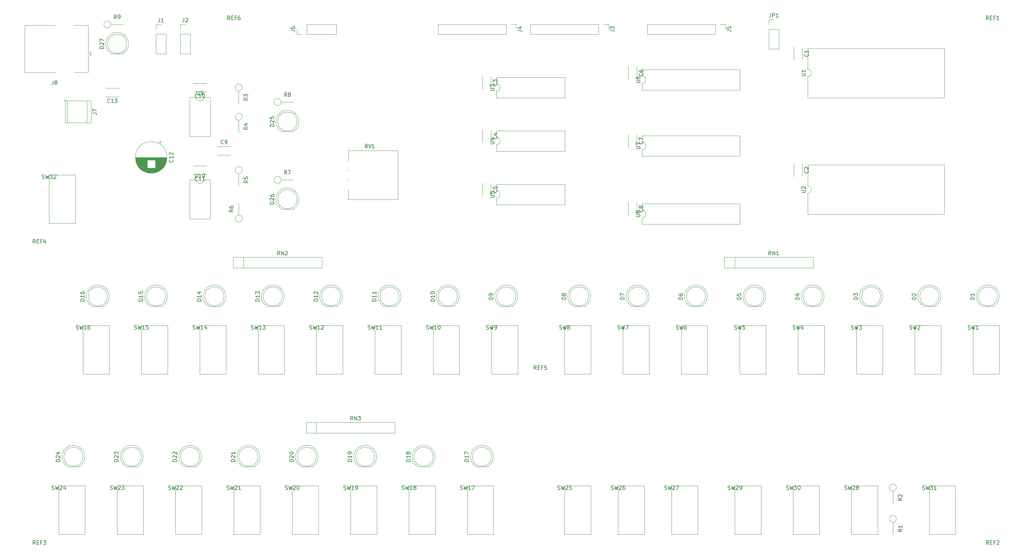
<source format=gbr>
%TF.GenerationSoftware,KiCad,Pcbnew,5.1.6-c6e7f7d~87~ubuntu16.04.1*%
%TF.CreationDate,2020-11-27T00:00:10-05:00*%
%TF.ProjectId,risc_memory_fp,72697363-5f6d-4656-9d6f-72795f66702e,rev?*%
%TF.SameCoordinates,Original*%
%TF.FileFunction,Legend,Top*%
%TF.FilePolarity,Positive*%
%FSLAX46Y46*%
G04 Gerber Fmt 4.6, Leading zero omitted, Abs format (unit mm)*
G04 Created by KiCad (PCBNEW 5.1.6-c6e7f7d~87~ubuntu16.04.1) date 2020-11-27 00:00:10*
%MOMM*%
%LPD*%
G01*
G04 APERTURE LIST*
%ADD10C,0.120000*%
%ADD11C,0.150000*%
G04 APERTURE END LIST*
D10*
%TO.C,C13*%
X25770000Y-22710000D02*
X22530000Y-22710000D01*
X25770000Y-20470000D02*
X22530000Y-20470000D01*
X25770000Y-22710000D02*
X25770000Y-22645000D01*
X25770000Y-20535000D02*
X25770000Y-20470000D01*
X22530000Y-22710000D02*
X22530000Y-22645000D01*
X22530000Y-20535000D02*
X22530000Y-20470000D01*
%TO.C,R9*%
X23780000Y-3810000D02*
X26940000Y-3810000D01*
X23780000Y-3810000D02*
G75*
G03*
X23780000Y-3810000I-920000J0D01*
G01*
%TO.C,R8*%
X68230000Y-24130000D02*
X71390000Y-24130000D01*
X68230000Y-24130000D02*
G75*
G03*
X68230000Y-24130000I-920000J0D01*
G01*
%TO.C,R7*%
X68230000Y-44450000D02*
X71390000Y-44450000D01*
X68230000Y-44450000D02*
G75*
G03*
X68230000Y-44450000I-920000J0D01*
G01*
%TO.C,D27*%
X23855000Y-11450000D02*
X26945000Y-11450000D01*
X27900000Y-8890000D02*
G75*
G03*
X27900000Y-8890000I-2500000J0D01*
G01*
X25399538Y-5900000D02*
G75*
G02*
X26944830Y-11450000I462J-2990000D01*
G01*
X25400462Y-5900000D02*
G75*
G03*
X23855170Y-11450000I-462J-2990000D01*
G01*
%TO.C,D26*%
X68305000Y-52090000D02*
X71395000Y-52090000D01*
X72350000Y-49530000D02*
G75*
G03*
X72350000Y-49530000I-2500000J0D01*
G01*
X69849538Y-46540000D02*
G75*
G02*
X71394830Y-52090000I462J-2990000D01*
G01*
X69850462Y-46540000D02*
G75*
G03*
X68305170Y-52090000I-462J-2990000D01*
G01*
%TO.C,D25*%
X68305000Y-31770000D02*
X71395000Y-31770000D01*
X72350000Y-29210000D02*
G75*
G03*
X72350000Y-29210000I-2500000J0D01*
G01*
X69849538Y-26220000D02*
G75*
G02*
X71394830Y-31770000I462J-2990000D01*
G01*
X69850462Y-26220000D02*
G75*
G03*
X68305170Y-31770000I-462J-2990000D01*
G01*
%TO.C,U10*%
X49640000Y-44390000D02*
X47990000Y-44390000D01*
X49640000Y-54670000D02*
X49640000Y-44390000D01*
X44340000Y-54670000D02*
X49640000Y-54670000D01*
X44340000Y-44390000D02*
X44340000Y-54670000D01*
X45990000Y-44390000D02*
X44340000Y-44390000D01*
X47990000Y-44390000D02*
G75*
G02*
X45990000Y-44390000I-1000000J0D01*
G01*
%TO.C,U9*%
X49640000Y-22800000D02*
X47990000Y-22800000D01*
X49640000Y-33080000D02*
X49640000Y-22800000D01*
X44340000Y-33080000D02*
X49640000Y-33080000D01*
X44340000Y-22800000D02*
X44340000Y-33080000D01*
X45990000Y-22800000D02*
X44340000Y-22800000D01*
X47990000Y-22800000D02*
G75*
G02*
X45990000Y-22800000I-1000000J0D01*
G01*
%TO.C,U8*%
X162470000Y-50690000D02*
X162470000Y-52340000D01*
X187990000Y-50690000D02*
X162470000Y-50690000D01*
X187990000Y-55990000D02*
X187990000Y-50690000D01*
X162470000Y-55990000D02*
X187990000Y-55990000D01*
X162470000Y-54340000D02*
X162470000Y-55990000D01*
X162470000Y-52340000D02*
G75*
G02*
X162470000Y-54340000I0J-1000000D01*
G01*
%TO.C,U7*%
X162470000Y-32910000D02*
X162470000Y-34560000D01*
X187990000Y-32910000D02*
X162470000Y-32910000D01*
X187990000Y-38210000D02*
X187990000Y-32910000D01*
X162470000Y-38210000D02*
X187990000Y-38210000D01*
X162470000Y-36560000D02*
X162470000Y-38210000D01*
X162470000Y-34560000D02*
G75*
G02*
X162470000Y-36560000I0J-1000000D01*
G01*
%TO.C,U6*%
X162470000Y-15640000D02*
X162470000Y-17290000D01*
X187990000Y-15640000D02*
X162470000Y-15640000D01*
X187990000Y-20940000D02*
X187990000Y-15640000D01*
X162470000Y-20940000D02*
X187990000Y-20940000D01*
X162470000Y-19290000D02*
X162470000Y-20940000D01*
X162470000Y-17290000D02*
G75*
G02*
X162470000Y-19290000I0J-1000000D01*
G01*
%TO.C,U5*%
X124400000Y-45610000D02*
X124400000Y-47260000D01*
X142300000Y-45610000D02*
X124400000Y-45610000D01*
X142300000Y-50910000D02*
X142300000Y-45610000D01*
X124400000Y-50910000D02*
X142300000Y-50910000D01*
X124400000Y-49260000D02*
X124400000Y-50910000D01*
X124400000Y-47260000D02*
G75*
G02*
X124400000Y-49260000I0J-1000000D01*
G01*
%TO.C,U4*%
X124400000Y-31640000D02*
X124400000Y-33290000D01*
X142300000Y-31640000D02*
X124400000Y-31640000D01*
X142300000Y-36940000D02*
X142300000Y-31640000D01*
X124400000Y-36940000D02*
X142300000Y-36940000D01*
X124400000Y-35290000D02*
X124400000Y-36940000D01*
X124400000Y-33290000D02*
G75*
G02*
X124400000Y-35290000I0J-1000000D01*
G01*
%TO.C,U3*%
X124400000Y-17670000D02*
X124400000Y-19320000D01*
X142300000Y-17670000D02*
X124400000Y-17670000D01*
X142300000Y-22970000D02*
X142300000Y-17670000D01*
X124400000Y-22970000D02*
X142300000Y-22970000D01*
X124400000Y-21320000D02*
X124400000Y-22970000D01*
X124400000Y-19320000D02*
G75*
G02*
X124400000Y-21320000I0J-1000000D01*
G01*
%TO.C,U2*%
X205680000Y-40530000D02*
X205680000Y-45990000D01*
X241360000Y-40530000D02*
X205680000Y-40530000D01*
X241360000Y-53450000D02*
X241360000Y-40530000D01*
X205680000Y-53450000D02*
X241360000Y-53450000D01*
X205680000Y-47990000D02*
X205680000Y-53450000D01*
X205680000Y-45990000D02*
G75*
G02*
X205680000Y-47990000I0J-1000000D01*
G01*
%TO.C,U1*%
X205680000Y-10050000D02*
X205680000Y-15510000D01*
X241360000Y-10050000D02*
X205680000Y-10050000D01*
X241360000Y-22970000D02*
X241360000Y-10050000D01*
X205680000Y-22970000D02*
X241360000Y-22970000D01*
X205680000Y-17510000D02*
X205680000Y-22970000D01*
X205680000Y-15510000D02*
G75*
G02*
X205680000Y-17510000I0J-1000000D01*
G01*
%TO.C,SW32*%
X7620000Y-55880000D02*
X7620000Y-43180000D01*
X14478000Y-55880000D02*
X7620000Y-55880000D01*
X14478000Y-43180000D02*
X14478000Y-55880000D01*
X7620000Y-43180000D02*
X14478000Y-43180000D01*
%TO.C,SW31*%
X237490000Y-137160000D02*
X237490000Y-124460000D01*
X244348000Y-137160000D02*
X237490000Y-137160000D01*
X244348000Y-124460000D02*
X244348000Y-137160000D01*
X237490000Y-124460000D02*
X244348000Y-124460000D01*
%TO.C,SW30*%
X201930000Y-137160000D02*
X201930000Y-124460000D01*
X208788000Y-137160000D02*
X201930000Y-137160000D01*
X208788000Y-124460000D02*
X208788000Y-137160000D01*
X201930000Y-124460000D02*
X208788000Y-124460000D01*
%TO.C,SW29*%
X186690000Y-137160000D02*
X186690000Y-124460000D01*
X193548000Y-137160000D02*
X186690000Y-137160000D01*
X193548000Y-124460000D02*
X193548000Y-137160000D01*
X186690000Y-124460000D02*
X193548000Y-124460000D01*
%TO.C,SW28*%
X217170000Y-137160000D02*
X217170000Y-124460000D01*
X224028000Y-137160000D02*
X217170000Y-137160000D01*
X224028000Y-124460000D02*
X224028000Y-137160000D01*
X217170000Y-124460000D02*
X224028000Y-124460000D01*
%TO.C,SW27*%
X170180000Y-137160000D02*
X170180000Y-124460000D01*
X177038000Y-137160000D02*
X170180000Y-137160000D01*
X177038000Y-124460000D02*
X177038000Y-137160000D01*
X170180000Y-124460000D02*
X177038000Y-124460000D01*
%TO.C,SW26*%
X156210000Y-137160000D02*
X156210000Y-124460000D01*
X163068000Y-137160000D02*
X156210000Y-137160000D01*
X163068000Y-124460000D02*
X163068000Y-137160000D01*
X156210000Y-124460000D02*
X163068000Y-124460000D01*
%TO.C,SW25*%
X142240000Y-137160000D02*
X142240000Y-124460000D01*
X149098000Y-137160000D02*
X142240000Y-137160000D01*
X149098000Y-124460000D02*
X149098000Y-137160000D01*
X142240000Y-124460000D02*
X149098000Y-124460000D01*
%TO.C,SW24*%
X10160000Y-137160000D02*
X10160000Y-124460000D01*
X17018000Y-137160000D02*
X10160000Y-137160000D01*
X17018000Y-124460000D02*
X17018000Y-137160000D01*
X10160000Y-124460000D02*
X17018000Y-124460000D01*
%TO.C,SW23*%
X25400000Y-137160000D02*
X25400000Y-124460000D01*
X32258000Y-137160000D02*
X25400000Y-137160000D01*
X32258000Y-124460000D02*
X32258000Y-137160000D01*
X25400000Y-124460000D02*
X32258000Y-124460000D01*
%TO.C,SW22*%
X40640000Y-137160000D02*
X40640000Y-124460000D01*
X47498000Y-137160000D02*
X40640000Y-137160000D01*
X47498000Y-124460000D02*
X47498000Y-137160000D01*
X40640000Y-124460000D02*
X47498000Y-124460000D01*
%TO.C,SW21*%
X55880000Y-137160000D02*
X55880000Y-124460000D01*
X62738000Y-137160000D02*
X55880000Y-137160000D01*
X62738000Y-124460000D02*
X62738000Y-137160000D01*
X55880000Y-124460000D02*
X62738000Y-124460000D01*
%TO.C,SW20*%
X71120000Y-137160000D02*
X71120000Y-124460000D01*
X77978000Y-137160000D02*
X71120000Y-137160000D01*
X77978000Y-124460000D02*
X77978000Y-137160000D01*
X71120000Y-124460000D02*
X77978000Y-124460000D01*
%TO.C,SW19*%
X86360000Y-137160000D02*
X86360000Y-124460000D01*
X93218000Y-137160000D02*
X86360000Y-137160000D01*
X93218000Y-124460000D02*
X93218000Y-137160000D01*
X86360000Y-124460000D02*
X93218000Y-124460000D01*
%TO.C,SW18*%
X101600000Y-137160000D02*
X101600000Y-124460000D01*
X108458000Y-137160000D02*
X101600000Y-137160000D01*
X108458000Y-124460000D02*
X108458000Y-137160000D01*
X101600000Y-124460000D02*
X108458000Y-124460000D01*
%TO.C,SW17*%
X116840000Y-137160000D02*
X116840000Y-124460000D01*
X123698000Y-137160000D02*
X116840000Y-137160000D01*
X123698000Y-124460000D02*
X123698000Y-137160000D01*
X116840000Y-124460000D02*
X123698000Y-124460000D01*
%TO.C,SW16*%
X16510000Y-95250000D02*
X16510000Y-82550000D01*
X23368000Y-95250000D02*
X16510000Y-95250000D01*
X23368000Y-82550000D02*
X23368000Y-95250000D01*
X16510000Y-82550000D02*
X23368000Y-82550000D01*
%TO.C,SW15*%
X31750000Y-95250000D02*
X31750000Y-82550000D01*
X38608000Y-95250000D02*
X31750000Y-95250000D01*
X38608000Y-82550000D02*
X38608000Y-95250000D01*
X31750000Y-82550000D02*
X38608000Y-82550000D01*
%TO.C,SW14*%
X46990000Y-95250000D02*
X46990000Y-82550000D01*
X53848000Y-95250000D02*
X46990000Y-95250000D01*
X53848000Y-82550000D02*
X53848000Y-95250000D01*
X46990000Y-82550000D02*
X53848000Y-82550000D01*
%TO.C,SW13*%
X62230000Y-95250000D02*
X62230000Y-82550000D01*
X69088000Y-95250000D02*
X62230000Y-95250000D01*
X69088000Y-82550000D02*
X69088000Y-95250000D01*
X62230000Y-82550000D02*
X69088000Y-82550000D01*
%TO.C,SW12*%
X77470000Y-95250000D02*
X77470000Y-82550000D01*
X84328000Y-95250000D02*
X77470000Y-95250000D01*
X84328000Y-82550000D02*
X84328000Y-95250000D01*
X77470000Y-82550000D02*
X84328000Y-82550000D01*
%TO.C,SW11*%
X92710000Y-95250000D02*
X92710000Y-82550000D01*
X99568000Y-95250000D02*
X92710000Y-95250000D01*
X99568000Y-82550000D02*
X99568000Y-95250000D01*
X92710000Y-82550000D02*
X99568000Y-82550000D01*
%TO.C,SW10*%
X107950000Y-95250000D02*
X107950000Y-82550000D01*
X114808000Y-95250000D02*
X107950000Y-95250000D01*
X114808000Y-82550000D02*
X114808000Y-95250000D01*
X107950000Y-82550000D02*
X114808000Y-82550000D01*
%TO.C,SW9*%
X123190000Y-95250000D02*
X123190000Y-82550000D01*
X130048000Y-95250000D02*
X123190000Y-95250000D01*
X130048000Y-82550000D02*
X130048000Y-95250000D01*
X123190000Y-82550000D02*
X130048000Y-82550000D01*
%TO.C,SW8*%
X142240000Y-95250000D02*
X142240000Y-82550000D01*
X149098000Y-95250000D02*
X142240000Y-95250000D01*
X149098000Y-82550000D02*
X149098000Y-95250000D01*
X142240000Y-82550000D02*
X149098000Y-82550000D01*
%TO.C,SW7*%
X157480000Y-95250000D02*
X157480000Y-82550000D01*
X164338000Y-95250000D02*
X157480000Y-95250000D01*
X164338000Y-82550000D02*
X164338000Y-95250000D01*
X157480000Y-82550000D02*
X164338000Y-82550000D01*
%TO.C,SW6*%
X172720000Y-95250000D02*
X172720000Y-82550000D01*
X179578000Y-95250000D02*
X172720000Y-95250000D01*
X179578000Y-82550000D02*
X179578000Y-95250000D01*
X172720000Y-82550000D02*
X179578000Y-82550000D01*
%TO.C,SW5*%
X187960000Y-95250000D02*
X187960000Y-82550000D01*
X194818000Y-95250000D02*
X187960000Y-95250000D01*
X194818000Y-82550000D02*
X194818000Y-95250000D01*
X187960000Y-82550000D02*
X194818000Y-82550000D01*
%TO.C,SW4*%
X203200000Y-95250000D02*
X203200000Y-82550000D01*
X210058000Y-95250000D02*
X203200000Y-95250000D01*
X210058000Y-82550000D02*
X210058000Y-95250000D01*
X203200000Y-82550000D02*
X210058000Y-82550000D01*
%TO.C,SW3*%
X218440000Y-95250000D02*
X218440000Y-82550000D01*
X225298000Y-95250000D02*
X218440000Y-95250000D01*
X225298000Y-82550000D02*
X225298000Y-95250000D01*
X218440000Y-82550000D02*
X225298000Y-82550000D01*
%TO.C,SW2*%
X233680000Y-95250000D02*
X233680000Y-82550000D01*
X240538000Y-95250000D02*
X233680000Y-95250000D01*
X240538000Y-82550000D02*
X240538000Y-95250000D01*
X233680000Y-82550000D02*
X240538000Y-82550000D01*
%TO.C,SW1*%
X248920000Y-95250000D02*
X248920000Y-82550000D01*
X255778000Y-95250000D02*
X248920000Y-95250000D01*
X255778000Y-82550000D02*
X255778000Y-95250000D01*
X248920000Y-82550000D02*
X255778000Y-82550000D01*
%TO.C,RV1*%
X98660000Y-36810000D02*
X98660000Y-49550000D01*
X85720000Y-46875000D02*
X85720000Y-49550000D01*
X85720000Y-44336000D02*
X85720000Y-44565000D01*
X85720000Y-41795000D02*
X85720000Y-42025000D01*
X85720000Y-36810000D02*
X85720000Y-39485000D01*
X85720000Y-49550000D02*
X98660000Y-49550000D01*
X85720000Y-36810000D02*
X98660000Y-36810000D01*
%TO.C,RN3*%
X77470000Y-107820000D02*
X77470000Y-110620000D01*
X97960000Y-107820000D02*
X74760000Y-107820000D01*
X97960000Y-110620000D02*
X97960000Y-107820000D01*
X74760000Y-110620000D02*
X97960000Y-110620000D01*
X74760000Y-107820000D02*
X74760000Y-110620000D01*
%TO.C,RN2*%
X58420000Y-64640000D02*
X58420000Y-67440000D01*
X78910000Y-64640000D02*
X55710000Y-64640000D01*
X78910000Y-67440000D02*
X78910000Y-64640000D01*
X55710000Y-67440000D02*
X78910000Y-67440000D01*
X55710000Y-64640000D02*
X55710000Y-67440000D01*
%TO.C,RN1*%
X186690000Y-64640000D02*
X186690000Y-67440000D01*
X207180000Y-64640000D02*
X183980000Y-64640000D01*
X207180000Y-67440000D02*
X207180000Y-64640000D01*
X183980000Y-67440000D02*
X207180000Y-67440000D01*
X183980000Y-64640000D02*
X183980000Y-67440000D01*
%TO.C,R6*%
X57150000Y-53690000D02*
X57150000Y-50530000D01*
X58070000Y-54610000D02*
G75*
G03*
X58070000Y-54610000I-920000J0D01*
G01*
%TO.C,R5*%
X57150000Y-42830000D02*
X57150000Y-45990000D01*
X58070000Y-41910000D02*
G75*
G03*
X58070000Y-41910000I-920000J0D01*
G01*
%TO.C,R4*%
X57150000Y-28860000D02*
X57150000Y-32020000D01*
X58070000Y-27940000D02*
G75*
G03*
X58070000Y-27940000I-920000J0D01*
G01*
%TO.C,R3*%
X57150000Y-21240000D02*
X57150000Y-24400000D01*
X58070000Y-20320000D02*
G75*
G03*
X58070000Y-20320000I-920000J0D01*
G01*
%TO.C,R2*%
X227950000Y-125870000D02*
X227950000Y-129030000D01*
X228870000Y-124950000D02*
G75*
G03*
X228870000Y-124950000I-920000J0D01*
G01*
%TO.C,R1*%
X227950000Y-134000000D02*
X227950000Y-137160000D01*
X228870000Y-133080000D02*
G75*
G03*
X228870000Y-133080000I-920000J0D01*
G01*
%TO.C,JP1*%
X195520000Y-2480000D02*
X196850000Y-2480000D01*
X195520000Y-3810000D02*
X195520000Y-2480000D01*
X195520000Y-5080000D02*
X198180000Y-5080000D01*
X198180000Y-5080000D02*
X198180000Y-10220000D01*
X195520000Y-5080000D02*
X195520000Y-10220000D01*
X195520000Y-10220000D02*
X198180000Y-10220000D01*
%TO.C,J8*%
X18560000Y-10930000D02*
X18060000Y-11430000D01*
X18560000Y-11930000D02*
X18560000Y-10930000D01*
X18060000Y-11430000D02*
X18560000Y-11930000D01*
X1240000Y-4070000D02*
X9210000Y-4070000D01*
X1240000Y-16290000D02*
X9210000Y-16290000D01*
X1240000Y-4070000D02*
X1240000Y-16290000D01*
X17860000Y-16290000D02*
X14110000Y-16290000D01*
X17860000Y-4070000D02*
X14110000Y-4070000D01*
X17860000Y-4070000D02*
X17860000Y-16290000D01*
%TO.C,J7*%
X11630000Y-23540000D02*
X11630000Y-23940000D01*
X12270000Y-23540000D02*
X11630000Y-23540000D01*
X18610000Y-29560000D02*
X11870000Y-29560000D01*
X18610000Y-23780000D02*
X11870000Y-23780000D01*
X11870000Y-23780000D02*
X11870000Y-29560000D01*
X18610000Y-23780000D02*
X18610000Y-29560000D01*
X17490000Y-23780000D02*
X17490000Y-29560000D01*
X12390000Y-23780000D02*
X12390000Y-29560000D01*
%TO.C,J6*%
X72330000Y-6410000D02*
X72330000Y-5080000D01*
X73660000Y-6410000D02*
X72330000Y-6410000D01*
X74930000Y-6410000D02*
X74930000Y-3750000D01*
X74930000Y-3750000D02*
X82610000Y-3750000D01*
X74930000Y-6410000D02*
X82610000Y-6410000D01*
X82610000Y-6410000D02*
X82610000Y-3750000D01*
%TO.C,J5*%
X184210000Y-3750000D02*
X184210000Y-5080000D01*
X182880000Y-3750000D02*
X184210000Y-3750000D01*
X181610000Y-3750000D02*
X181610000Y-6410000D01*
X181610000Y-6410000D02*
X163770000Y-6410000D01*
X181610000Y-3750000D02*
X163770000Y-3750000D01*
X163770000Y-3750000D02*
X163770000Y-6410000D01*
%TO.C,J4*%
X129600000Y-3750000D02*
X129600000Y-5080000D01*
X128270000Y-3750000D02*
X129600000Y-3750000D01*
X127000000Y-3750000D02*
X127000000Y-6410000D01*
X127000000Y-6410000D02*
X109160000Y-6410000D01*
X127000000Y-3750000D02*
X109160000Y-3750000D01*
X109160000Y-3750000D02*
X109160000Y-6410000D01*
%TO.C,J3*%
X153730000Y-3750000D02*
X153730000Y-5080000D01*
X152400000Y-3750000D02*
X153730000Y-3750000D01*
X151130000Y-3750000D02*
X151130000Y-6410000D01*
X151130000Y-6410000D02*
X133290000Y-6410000D01*
X151130000Y-3750000D02*
X133290000Y-3750000D01*
X133290000Y-3750000D02*
X133290000Y-6410000D01*
%TO.C,J2*%
X41850000Y-3750000D02*
X43180000Y-3750000D01*
X41850000Y-5080000D02*
X41850000Y-3750000D01*
X41850000Y-6350000D02*
X44510000Y-6350000D01*
X44510000Y-6350000D02*
X44510000Y-11490000D01*
X41850000Y-6350000D02*
X41850000Y-11490000D01*
X41850000Y-11490000D02*
X44510000Y-11490000D01*
%TO.C,J1*%
X35500000Y-3750000D02*
X36830000Y-3750000D01*
X35500000Y-5080000D02*
X35500000Y-3750000D01*
X35500000Y-6350000D02*
X38160000Y-6350000D01*
X38160000Y-6350000D02*
X38160000Y-11490000D01*
X35500000Y-6350000D02*
X35500000Y-11490000D01*
X35500000Y-11490000D02*
X38160000Y-11490000D01*
%TO.C,D24*%
X12425000Y-119400000D02*
X15515000Y-119400000D01*
X16470000Y-116840000D02*
G75*
G03*
X16470000Y-116840000I-2500000J0D01*
G01*
X13969538Y-113850000D02*
G75*
G02*
X15514830Y-119400000I462J-2990000D01*
G01*
X13970462Y-113850000D02*
G75*
G03*
X12425170Y-119400000I-462J-2990000D01*
G01*
%TO.C,D23*%
X27665000Y-119400000D02*
X30755000Y-119400000D01*
X31710000Y-116840000D02*
G75*
G03*
X31710000Y-116840000I-2500000J0D01*
G01*
X29209538Y-113850000D02*
G75*
G02*
X30754830Y-119400000I462J-2990000D01*
G01*
X29210462Y-113850000D02*
G75*
G03*
X27665170Y-119400000I-462J-2990000D01*
G01*
%TO.C,D22*%
X42905000Y-119400000D02*
X45995000Y-119400000D01*
X46950000Y-116840000D02*
G75*
G03*
X46950000Y-116840000I-2500000J0D01*
G01*
X44449538Y-113850000D02*
G75*
G02*
X45994830Y-119400000I462J-2990000D01*
G01*
X44450462Y-113850000D02*
G75*
G03*
X42905170Y-119400000I-462J-2990000D01*
G01*
%TO.C,D21*%
X58145000Y-119400000D02*
X61235000Y-119400000D01*
X62190000Y-116840000D02*
G75*
G03*
X62190000Y-116840000I-2500000J0D01*
G01*
X59689538Y-113850000D02*
G75*
G02*
X61234830Y-119400000I462J-2990000D01*
G01*
X59690462Y-113850000D02*
G75*
G03*
X58145170Y-119400000I-462J-2990000D01*
G01*
%TO.C,D20*%
X73385000Y-119400000D02*
X76475000Y-119400000D01*
X77430000Y-116840000D02*
G75*
G03*
X77430000Y-116840000I-2500000J0D01*
G01*
X74929538Y-113850000D02*
G75*
G02*
X76474830Y-119400000I462J-2990000D01*
G01*
X74930462Y-113850000D02*
G75*
G03*
X73385170Y-119400000I-462J-2990000D01*
G01*
%TO.C,D19*%
X88625000Y-119400000D02*
X91715000Y-119400000D01*
X92670000Y-116840000D02*
G75*
G03*
X92670000Y-116840000I-2500000J0D01*
G01*
X90169538Y-113850000D02*
G75*
G02*
X91714830Y-119400000I462J-2990000D01*
G01*
X90170462Y-113850000D02*
G75*
G03*
X88625170Y-119400000I-462J-2990000D01*
G01*
%TO.C,D18*%
X103865000Y-119400000D02*
X106955000Y-119400000D01*
X107910000Y-116840000D02*
G75*
G03*
X107910000Y-116840000I-2500000J0D01*
G01*
X105409538Y-113850000D02*
G75*
G02*
X106954830Y-119400000I462J-2990000D01*
G01*
X105410462Y-113850000D02*
G75*
G03*
X103865170Y-119400000I-462J-2990000D01*
G01*
%TO.C,D17*%
X119105000Y-119400000D02*
X122195000Y-119400000D01*
X123150000Y-116840000D02*
G75*
G03*
X123150000Y-116840000I-2500000J0D01*
G01*
X120649538Y-113850000D02*
G75*
G02*
X122194830Y-119400000I462J-2990000D01*
G01*
X120650462Y-113850000D02*
G75*
G03*
X119105170Y-119400000I-462J-2990000D01*
G01*
%TO.C,D16*%
X18775000Y-77490000D02*
X21865000Y-77490000D01*
X22820000Y-74930000D02*
G75*
G03*
X22820000Y-74930000I-2500000J0D01*
G01*
X20319538Y-71940000D02*
G75*
G02*
X21864830Y-77490000I462J-2990000D01*
G01*
X20320462Y-71940000D02*
G75*
G03*
X18775170Y-77490000I-462J-2990000D01*
G01*
%TO.C,D15*%
X34015000Y-77490000D02*
X37105000Y-77490000D01*
X38060000Y-74930000D02*
G75*
G03*
X38060000Y-74930000I-2500000J0D01*
G01*
X35559538Y-71940000D02*
G75*
G02*
X37104830Y-77490000I462J-2990000D01*
G01*
X35560462Y-71940000D02*
G75*
G03*
X34015170Y-77490000I-462J-2990000D01*
G01*
%TO.C,D14*%
X49255000Y-77490000D02*
X52345000Y-77490000D01*
X53300000Y-74930000D02*
G75*
G03*
X53300000Y-74930000I-2500000J0D01*
G01*
X50799538Y-71940000D02*
G75*
G02*
X52344830Y-77490000I462J-2990000D01*
G01*
X50800462Y-71940000D02*
G75*
G03*
X49255170Y-77490000I-462J-2990000D01*
G01*
%TO.C,D13*%
X64495000Y-77490000D02*
X67585000Y-77490000D01*
X68540000Y-74930000D02*
G75*
G03*
X68540000Y-74930000I-2500000J0D01*
G01*
X66039538Y-71940000D02*
G75*
G02*
X67584830Y-77490000I462J-2990000D01*
G01*
X66040462Y-71940000D02*
G75*
G03*
X64495170Y-77490000I-462J-2990000D01*
G01*
%TO.C,D12*%
X79735000Y-77490000D02*
X82825000Y-77490000D01*
X83780000Y-74930000D02*
G75*
G03*
X83780000Y-74930000I-2500000J0D01*
G01*
X81279538Y-71940000D02*
G75*
G02*
X82824830Y-77490000I462J-2990000D01*
G01*
X81280462Y-71940000D02*
G75*
G03*
X79735170Y-77490000I-462J-2990000D01*
G01*
%TO.C,D11*%
X94975000Y-77490000D02*
X98065000Y-77490000D01*
X99020000Y-74930000D02*
G75*
G03*
X99020000Y-74930000I-2500000J0D01*
G01*
X96519538Y-71940000D02*
G75*
G02*
X98064830Y-77490000I462J-2990000D01*
G01*
X96520462Y-71940000D02*
G75*
G03*
X94975170Y-77490000I-462J-2990000D01*
G01*
%TO.C,D10*%
X110215000Y-77490000D02*
X113305000Y-77490000D01*
X114260000Y-74930000D02*
G75*
G03*
X114260000Y-74930000I-2500000J0D01*
G01*
X111759538Y-71940000D02*
G75*
G02*
X113304830Y-77490000I462J-2990000D01*
G01*
X111760462Y-71940000D02*
G75*
G03*
X110215170Y-77490000I-462J-2990000D01*
G01*
%TO.C,D9*%
X125455000Y-77490000D02*
X128545000Y-77490000D01*
X129500000Y-74930000D02*
G75*
G03*
X129500000Y-74930000I-2500000J0D01*
G01*
X126999538Y-71940000D02*
G75*
G02*
X128544830Y-77490000I462J-2990000D01*
G01*
X127000462Y-71940000D02*
G75*
G03*
X125455170Y-77490000I-462J-2990000D01*
G01*
%TO.C,D8*%
X144505000Y-77490000D02*
X147595000Y-77490000D01*
X148550000Y-74930000D02*
G75*
G03*
X148550000Y-74930000I-2500000J0D01*
G01*
X146049538Y-71940000D02*
G75*
G02*
X147594830Y-77490000I462J-2990000D01*
G01*
X146050462Y-71940000D02*
G75*
G03*
X144505170Y-77490000I-462J-2990000D01*
G01*
%TO.C,D7*%
X159745000Y-77490000D02*
X162835000Y-77490000D01*
X163790000Y-74930000D02*
G75*
G03*
X163790000Y-74930000I-2500000J0D01*
G01*
X161289538Y-71940000D02*
G75*
G02*
X162834830Y-77490000I462J-2990000D01*
G01*
X161290462Y-71940000D02*
G75*
G03*
X159745170Y-77490000I-462J-2990000D01*
G01*
%TO.C,D6*%
X174985000Y-77490000D02*
X178075000Y-77490000D01*
X179030000Y-74930000D02*
G75*
G03*
X179030000Y-74930000I-2500000J0D01*
G01*
X176529538Y-71940000D02*
G75*
G02*
X178074830Y-77490000I462J-2990000D01*
G01*
X176530462Y-71940000D02*
G75*
G03*
X174985170Y-77490000I-462J-2990000D01*
G01*
%TO.C,D5*%
X190225000Y-77490000D02*
X193315000Y-77490000D01*
X194270000Y-74930000D02*
G75*
G03*
X194270000Y-74930000I-2500000J0D01*
G01*
X191769538Y-71940000D02*
G75*
G02*
X193314830Y-77490000I462J-2990000D01*
G01*
X191770462Y-71940000D02*
G75*
G03*
X190225170Y-77490000I-462J-2990000D01*
G01*
%TO.C,D4*%
X205465000Y-77490000D02*
X208555000Y-77490000D01*
X209510000Y-74930000D02*
G75*
G03*
X209510000Y-74930000I-2500000J0D01*
G01*
X207009538Y-71940000D02*
G75*
G02*
X208554830Y-77490000I462J-2990000D01*
G01*
X207010462Y-71940000D02*
G75*
G03*
X205465170Y-77490000I-462J-2990000D01*
G01*
%TO.C,D3*%
X220705000Y-77490000D02*
X223795000Y-77490000D01*
X224750000Y-74930000D02*
G75*
G03*
X224750000Y-74930000I-2500000J0D01*
G01*
X222249538Y-71940000D02*
G75*
G02*
X223794830Y-77490000I462J-2990000D01*
G01*
X222250462Y-71940000D02*
G75*
G03*
X220705170Y-77490000I-462J-2990000D01*
G01*
%TO.C,D2*%
X235945000Y-77490000D02*
X239035000Y-77490000D01*
X239990000Y-74930000D02*
G75*
G03*
X239990000Y-74930000I-2500000J0D01*
G01*
X237489538Y-71940000D02*
G75*
G02*
X239034830Y-77490000I462J-2990000D01*
G01*
X237490462Y-71940000D02*
G75*
G03*
X235945170Y-77490000I-462J-2990000D01*
G01*
%TO.C,D1*%
X251185000Y-77490000D02*
X254275000Y-77490000D01*
X255230000Y-74930000D02*
G75*
G03*
X255230000Y-74930000I-2500000J0D01*
G01*
X252729538Y-71940000D02*
G75*
G02*
X254274830Y-77490000I462J-2990000D01*
G01*
X252730462Y-71940000D02*
G75*
G03*
X251185170Y-77490000I-462J-2990000D01*
G01*
%TO.C,C12*%
X37005000Y-34570302D02*
X36205000Y-34570302D01*
X36605000Y-34170302D02*
X36605000Y-34970302D01*
X34823000Y-42661000D02*
X33757000Y-42661000D01*
X35058000Y-42621000D02*
X33522000Y-42621000D01*
X35238000Y-42581000D02*
X33342000Y-42581000D01*
X35388000Y-42541000D02*
X33192000Y-42541000D01*
X35519000Y-42501000D02*
X33061000Y-42501000D01*
X35636000Y-42461000D02*
X32944000Y-42461000D01*
X35743000Y-42421000D02*
X32837000Y-42421000D01*
X35842000Y-42381000D02*
X32738000Y-42381000D01*
X35935000Y-42341000D02*
X32645000Y-42341000D01*
X36021000Y-42301000D02*
X32559000Y-42301000D01*
X36103000Y-42261000D02*
X32477000Y-42261000D01*
X36180000Y-42221000D02*
X32400000Y-42221000D01*
X36254000Y-42181000D02*
X32326000Y-42181000D01*
X36324000Y-42141000D02*
X32256000Y-42141000D01*
X36392000Y-42101000D02*
X32188000Y-42101000D01*
X36456000Y-42061000D02*
X32124000Y-42061000D01*
X36518000Y-42021000D02*
X32062000Y-42021000D01*
X36577000Y-41981000D02*
X32003000Y-41981000D01*
X36635000Y-41941000D02*
X31945000Y-41941000D01*
X36690000Y-41901000D02*
X31890000Y-41901000D01*
X36744000Y-41861000D02*
X31836000Y-41861000D01*
X36795000Y-41821000D02*
X31785000Y-41821000D01*
X36846000Y-41781000D02*
X31734000Y-41781000D01*
X36894000Y-41741000D02*
X31686000Y-41741000D01*
X36941000Y-41701000D02*
X31639000Y-41701000D01*
X36987000Y-41661000D02*
X31593000Y-41661000D01*
X37031000Y-41621000D02*
X31549000Y-41621000D01*
X37074000Y-41581000D02*
X31506000Y-41581000D01*
X37116000Y-41541000D02*
X31464000Y-41541000D01*
X37157000Y-41501000D02*
X31423000Y-41501000D01*
X37197000Y-41461000D02*
X31383000Y-41461000D01*
X37235000Y-41421000D02*
X31345000Y-41421000D01*
X37273000Y-41381000D02*
X31307000Y-41381000D01*
X33250000Y-41341000D02*
X31271000Y-41341000D01*
X37309000Y-41341000D02*
X35330000Y-41341000D01*
X33250000Y-41301000D02*
X31235000Y-41301000D01*
X37345000Y-41301000D02*
X35330000Y-41301000D01*
X33250000Y-41261000D02*
X31200000Y-41261000D01*
X37380000Y-41261000D02*
X35330000Y-41261000D01*
X33250000Y-41221000D02*
X31166000Y-41221000D01*
X37414000Y-41221000D02*
X35330000Y-41221000D01*
X33250000Y-41181000D02*
X31134000Y-41181000D01*
X37446000Y-41181000D02*
X35330000Y-41181000D01*
X33250000Y-41141000D02*
X31101000Y-41141000D01*
X37479000Y-41141000D02*
X35330000Y-41141000D01*
X33250000Y-41101000D02*
X31070000Y-41101000D01*
X37510000Y-41101000D02*
X35330000Y-41101000D01*
X33250000Y-41061000D02*
X31040000Y-41061000D01*
X37540000Y-41061000D02*
X35330000Y-41061000D01*
X33250000Y-41021000D02*
X31010000Y-41021000D01*
X37570000Y-41021000D02*
X35330000Y-41021000D01*
X33250000Y-40981000D02*
X30981000Y-40981000D01*
X37599000Y-40981000D02*
X35330000Y-40981000D01*
X33250000Y-40941000D02*
X30952000Y-40941000D01*
X37628000Y-40941000D02*
X35330000Y-40941000D01*
X33250000Y-40901000D02*
X30925000Y-40901000D01*
X37655000Y-40901000D02*
X35330000Y-40901000D01*
X33250000Y-40861000D02*
X30898000Y-40861000D01*
X37682000Y-40861000D02*
X35330000Y-40861000D01*
X33250000Y-40821000D02*
X30872000Y-40821000D01*
X37708000Y-40821000D02*
X35330000Y-40821000D01*
X33250000Y-40781000D02*
X30846000Y-40781000D01*
X37734000Y-40781000D02*
X35330000Y-40781000D01*
X33250000Y-40741000D02*
X30821000Y-40741000D01*
X37759000Y-40741000D02*
X35330000Y-40741000D01*
X33250000Y-40701000D02*
X30797000Y-40701000D01*
X37783000Y-40701000D02*
X35330000Y-40701000D01*
X33250000Y-40661000D02*
X30773000Y-40661000D01*
X37807000Y-40661000D02*
X35330000Y-40661000D01*
X33250000Y-40621000D02*
X30750000Y-40621000D01*
X37830000Y-40621000D02*
X35330000Y-40621000D01*
X33250000Y-40581000D02*
X30728000Y-40581000D01*
X37852000Y-40581000D02*
X35330000Y-40581000D01*
X33250000Y-40541000D02*
X30706000Y-40541000D01*
X37874000Y-40541000D02*
X35330000Y-40541000D01*
X33250000Y-40501000D02*
X30684000Y-40501000D01*
X37896000Y-40501000D02*
X35330000Y-40501000D01*
X33250000Y-40461000D02*
X30663000Y-40461000D01*
X37917000Y-40461000D02*
X35330000Y-40461000D01*
X33250000Y-40421000D02*
X30643000Y-40421000D01*
X37937000Y-40421000D02*
X35330000Y-40421000D01*
X33250000Y-40381000D02*
X30624000Y-40381000D01*
X37956000Y-40381000D02*
X35330000Y-40381000D01*
X33250000Y-40341000D02*
X30604000Y-40341000D01*
X37976000Y-40341000D02*
X35330000Y-40341000D01*
X33250000Y-40301000D02*
X30586000Y-40301000D01*
X37994000Y-40301000D02*
X35330000Y-40301000D01*
X33250000Y-40261000D02*
X30568000Y-40261000D01*
X38012000Y-40261000D02*
X35330000Y-40261000D01*
X33250000Y-40221000D02*
X30550000Y-40221000D01*
X38030000Y-40221000D02*
X35330000Y-40221000D01*
X33250000Y-40181000D02*
X30533000Y-40181000D01*
X38047000Y-40181000D02*
X35330000Y-40181000D01*
X33250000Y-40141000D02*
X30516000Y-40141000D01*
X38064000Y-40141000D02*
X35330000Y-40141000D01*
X33250000Y-40101000D02*
X30500000Y-40101000D01*
X38080000Y-40101000D02*
X35330000Y-40101000D01*
X33250000Y-40061000D02*
X30485000Y-40061000D01*
X38095000Y-40061000D02*
X35330000Y-40061000D01*
X33250000Y-40021000D02*
X30469000Y-40021000D01*
X38111000Y-40021000D02*
X35330000Y-40021000D01*
X33250000Y-39981000D02*
X30455000Y-39981000D01*
X38125000Y-39981000D02*
X35330000Y-39981000D01*
X33250000Y-39941000D02*
X30440000Y-39941000D01*
X38140000Y-39941000D02*
X35330000Y-39941000D01*
X33250000Y-39901000D02*
X30427000Y-39901000D01*
X38153000Y-39901000D02*
X35330000Y-39901000D01*
X33250000Y-39861000D02*
X30413000Y-39861000D01*
X38167000Y-39861000D02*
X35330000Y-39861000D01*
X33250000Y-39821000D02*
X30401000Y-39821000D01*
X38179000Y-39821000D02*
X35330000Y-39821000D01*
X33250000Y-39781000D02*
X30388000Y-39781000D01*
X38192000Y-39781000D02*
X35330000Y-39781000D01*
X33250000Y-39741000D02*
X30376000Y-39741000D01*
X38204000Y-39741000D02*
X35330000Y-39741000D01*
X33250000Y-39701000D02*
X30365000Y-39701000D01*
X38215000Y-39701000D02*
X35330000Y-39701000D01*
X33250000Y-39661000D02*
X30354000Y-39661000D01*
X38226000Y-39661000D02*
X35330000Y-39661000D01*
X33250000Y-39621000D02*
X30343000Y-39621000D01*
X38237000Y-39621000D02*
X35330000Y-39621000D01*
X33250000Y-39581000D02*
X30333000Y-39581000D01*
X38247000Y-39581000D02*
X35330000Y-39581000D01*
X33250000Y-39541000D02*
X30323000Y-39541000D01*
X38257000Y-39541000D02*
X35330000Y-39541000D01*
X33250000Y-39501000D02*
X30314000Y-39501000D01*
X38266000Y-39501000D02*
X35330000Y-39501000D01*
X33250000Y-39461000D02*
X30305000Y-39461000D01*
X38275000Y-39461000D02*
X35330000Y-39461000D01*
X33250000Y-39421000D02*
X30296000Y-39421000D01*
X38284000Y-39421000D02*
X35330000Y-39421000D01*
X33250000Y-39381000D02*
X30288000Y-39381000D01*
X38292000Y-39381000D02*
X35330000Y-39381000D01*
X33250000Y-39341000D02*
X30280000Y-39341000D01*
X38300000Y-39341000D02*
X35330000Y-39341000D01*
X33250000Y-39301000D02*
X30273000Y-39301000D01*
X38307000Y-39301000D02*
X35330000Y-39301000D01*
X38314000Y-39260000D02*
X30266000Y-39260000D01*
X38320000Y-39220000D02*
X30260000Y-39220000D01*
X38327000Y-39180000D02*
X30253000Y-39180000D01*
X38332000Y-39140000D02*
X30248000Y-39140000D01*
X38338000Y-39100000D02*
X30242000Y-39100000D01*
X38342000Y-39060000D02*
X30238000Y-39060000D01*
X38347000Y-39020000D02*
X30233000Y-39020000D01*
X38351000Y-38980000D02*
X30229000Y-38980000D01*
X38355000Y-38940000D02*
X30225000Y-38940000D01*
X38358000Y-38900000D02*
X30222000Y-38900000D01*
X38361000Y-38860000D02*
X30219000Y-38860000D01*
X38364000Y-38820000D02*
X30216000Y-38820000D01*
X38366000Y-38780000D02*
X30214000Y-38780000D01*
X38367000Y-38740000D02*
X30213000Y-38740000D01*
X38369000Y-38700000D02*
X30211000Y-38700000D01*
X38370000Y-38660000D02*
X30210000Y-38660000D01*
X38370000Y-38620000D02*
X30210000Y-38620000D01*
X38370000Y-38580000D02*
X30210000Y-38580000D01*
X38410000Y-38580000D02*
G75*
G03*
X38410000Y-38580000I-4120000J0D01*
G01*
%TO.C,C11*%
X45390000Y-40855000D02*
X45390000Y-40790000D01*
X45390000Y-43030000D02*
X45390000Y-42965000D01*
X48630000Y-40855000D02*
X48630000Y-40790000D01*
X48630000Y-43030000D02*
X48630000Y-42965000D01*
X48630000Y-40790000D02*
X45390000Y-40790000D01*
X48630000Y-43030000D02*
X45390000Y-43030000D01*
%TO.C,C10*%
X45390000Y-19265000D02*
X45390000Y-19200000D01*
X45390000Y-21440000D02*
X45390000Y-21375000D01*
X48630000Y-19265000D02*
X48630000Y-19200000D01*
X48630000Y-21440000D02*
X48630000Y-21375000D01*
X48630000Y-19200000D02*
X45390000Y-19200000D01*
X48630000Y-21440000D02*
X45390000Y-21440000D01*
%TO.C,C9*%
X54940000Y-37885000D02*
X54940000Y-37950000D01*
X54940000Y-35710000D02*
X54940000Y-35775000D01*
X51700000Y-37885000D02*
X51700000Y-37950000D01*
X51700000Y-35710000D02*
X51700000Y-35775000D01*
X51700000Y-37950000D02*
X54940000Y-37950000D01*
X51700000Y-35710000D02*
X54940000Y-35710000D01*
%TO.C,C8*%
X158965000Y-53670000D02*
X158900000Y-53670000D01*
X161140000Y-53670000D02*
X161075000Y-53670000D01*
X158965000Y-50430000D02*
X158900000Y-50430000D01*
X161140000Y-50430000D02*
X161075000Y-50430000D01*
X158900000Y-50430000D02*
X158900000Y-53670000D01*
X161140000Y-50430000D02*
X161140000Y-53670000D01*
%TO.C,C7*%
X158965000Y-35890000D02*
X158900000Y-35890000D01*
X161140000Y-35890000D02*
X161075000Y-35890000D01*
X158965000Y-32650000D02*
X158900000Y-32650000D01*
X161140000Y-32650000D02*
X161075000Y-32650000D01*
X158900000Y-32650000D02*
X158900000Y-35890000D01*
X161140000Y-32650000D02*
X161140000Y-35890000D01*
%TO.C,C6*%
X158965000Y-18110000D02*
X158900000Y-18110000D01*
X161140000Y-18110000D02*
X161075000Y-18110000D01*
X158965000Y-14870000D02*
X158900000Y-14870000D01*
X161140000Y-14870000D02*
X161075000Y-14870000D01*
X158900000Y-14870000D02*
X158900000Y-18110000D01*
X161140000Y-14870000D02*
X161140000Y-18110000D01*
%TO.C,C5*%
X120865000Y-48590000D02*
X120800000Y-48590000D01*
X123040000Y-48590000D02*
X122975000Y-48590000D01*
X120865000Y-45350000D02*
X120800000Y-45350000D01*
X123040000Y-45350000D02*
X122975000Y-45350000D01*
X120800000Y-45350000D02*
X120800000Y-48590000D01*
X123040000Y-45350000D02*
X123040000Y-48590000D01*
%TO.C,C4*%
X120865000Y-34620000D02*
X120800000Y-34620000D01*
X123040000Y-34620000D02*
X122975000Y-34620000D01*
X120865000Y-31380000D02*
X120800000Y-31380000D01*
X123040000Y-31380000D02*
X122975000Y-31380000D01*
X120800000Y-31380000D02*
X120800000Y-34620000D01*
X123040000Y-31380000D02*
X123040000Y-34620000D01*
%TO.C,C3*%
X120865000Y-20650000D02*
X120800000Y-20650000D01*
X123040000Y-20650000D02*
X122975000Y-20650000D01*
X120865000Y-17410000D02*
X120800000Y-17410000D01*
X123040000Y-17410000D02*
X122975000Y-17410000D01*
X120800000Y-17410000D02*
X120800000Y-20650000D01*
X123040000Y-17410000D02*
X123040000Y-20650000D01*
%TO.C,C2*%
X202145000Y-43510000D02*
X202080000Y-43510000D01*
X204320000Y-43510000D02*
X204255000Y-43510000D01*
X202145000Y-40270000D02*
X202080000Y-40270000D01*
X204320000Y-40270000D02*
X204255000Y-40270000D01*
X202080000Y-40270000D02*
X202080000Y-43510000D01*
X204320000Y-40270000D02*
X204320000Y-43510000D01*
%TO.C,C1*%
X202145000Y-13030000D02*
X202080000Y-13030000D01*
X204320000Y-13030000D02*
X204255000Y-13030000D01*
X202145000Y-9790000D02*
X202080000Y-9790000D01*
X204320000Y-9790000D02*
X204255000Y-9790000D01*
X202080000Y-9790000D02*
X202080000Y-13030000D01*
X204320000Y-9790000D02*
X204320000Y-13030000D01*
%TO.C,REF6*%
D11*
X54832380Y-2602380D02*
X54499047Y-2126190D01*
X54260952Y-2602380D02*
X54260952Y-1602380D01*
X54641904Y-1602380D01*
X54737142Y-1650000D01*
X54784761Y-1697619D01*
X54832380Y-1792857D01*
X54832380Y-1935714D01*
X54784761Y-2030952D01*
X54737142Y-2078571D01*
X54641904Y-2126190D01*
X54260952Y-2126190D01*
X55260952Y-2078571D02*
X55594285Y-2078571D01*
X55737142Y-2602380D02*
X55260952Y-2602380D01*
X55260952Y-1602380D01*
X55737142Y-1602380D01*
X56499047Y-2078571D02*
X56165714Y-2078571D01*
X56165714Y-2602380D02*
X56165714Y-1602380D01*
X56641904Y-1602380D01*
X57451428Y-1602380D02*
X57260952Y-1602380D01*
X57165714Y-1650000D01*
X57118095Y-1697619D01*
X57022857Y-1840476D01*
X56975238Y-2030952D01*
X56975238Y-2411904D01*
X57022857Y-2507142D01*
X57070476Y-2554761D01*
X57165714Y-2602380D01*
X57356190Y-2602380D01*
X57451428Y-2554761D01*
X57499047Y-2507142D01*
X57546666Y-2411904D01*
X57546666Y-2173809D01*
X57499047Y-2078571D01*
X57451428Y-2030952D01*
X57356190Y-1983333D01*
X57165714Y-1983333D01*
X57070476Y-2030952D01*
X57022857Y-2078571D01*
X56975238Y-2173809D01*
%TO.C,C13*%
X23507142Y-24197142D02*
X23459523Y-24244761D01*
X23316666Y-24292380D01*
X23221428Y-24292380D01*
X23078571Y-24244761D01*
X22983333Y-24149523D01*
X22935714Y-24054285D01*
X22888095Y-23863809D01*
X22888095Y-23720952D01*
X22935714Y-23530476D01*
X22983333Y-23435238D01*
X23078571Y-23340000D01*
X23221428Y-23292380D01*
X23316666Y-23292380D01*
X23459523Y-23340000D01*
X23507142Y-23387619D01*
X24459523Y-24292380D02*
X23888095Y-24292380D01*
X24173809Y-24292380D02*
X24173809Y-23292380D01*
X24078571Y-23435238D01*
X23983333Y-23530476D01*
X23888095Y-23578095D01*
X24792857Y-23292380D02*
X25411904Y-23292380D01*
X25078571Y-23673333D01*
X25221428Y-23673333D01*
X25316666Y-23720952D01*
X25364285Y-23768571D01*
X25411904Y-23863809D01*
X25411904Y-24101904D01*
X25364285Y-24197142D01*
X25316666Y-24244761D01*
X25221428Y-24292380D01*
X24935714Y-24292380D01*
X24840476Y-24244761D01*
X24792857Y-24197142D01*
%TO.C,REF5*%
X134842380Y-94042380D02*
X134509047Y-93566190D01*
X134270952Y-94042380D02*
X134270952Y-93042380D01*
X134651904Y-93042380D01*
X134747142Y-93090000D01*
X134794761Y-93137619D01*
X134842380Y-93232857D01*
X134842380Y-93375714D01*
X134794761Y-93470952D01*
X134747142Y-93518571D01*
X134651904Y-93566190D01*
X134270952Y-93566190D01*
X135270952Y-93518571D02*
X135604285Y-93518571D01*
X135747142Y-94042380D02*
X135270952Y-94042380D01*
X135270952Y-93042380D01*
X135747142Y-93042380D01*
X136509047Y-93518571D02*
X136175714Y-93518571D01*
X136175714Y-94042380D02*
X136175714Y-93042380D01*
X136651904Y-93042380D01*
X137509047Y-93042380D02*
X137032857Y-93042380D01*
X136985238Y-93518571D01*
X137032857Y-93470952D01*
X137128095Y-93423333D01*
X137366190Y-93423333D01*
X137461428Y-93470952D01*
X137509047Y-93518571D01*
X137556666Y-93613809D01*
X137556666Y-93851904D01*
X137509047Y-93947142D01*
X137461428Y-93994761D01*
X137366190Y-94042380D01*
X137128095Y-94042380D01*
X137032857Y-93994761D01*
X136985238Y-93947142D01*
%TO.C,REF4*%
X4032380Y-61022380D02*
X3699047Y-60546190D01*
X3460952Y-61022380D02*
X3460952Y-60022380D01*
X3841904Y-60022380D01*
X3937142Y-60070000D01*
X3984761Y-60117619D01*
X4032380Y-60212857D01*
X4032380Y-60355714D01*
X3984761Y-60450952D01*
X3937142Y-60498571D01*
X3841904Y-60546190D01*
X3460952Y-60546190D01*
X4460952Y-60498571D02*
X4794285Y-60498571D01*
X4937142Y-61022380D02*
X4460952Y-61022380D01*
X4460952Y-60022380D01*
X4937142Y-60022380D01*
X5699047Y-60498571D02*
X5365714Y-60498571D01*
X5365714Y-61022380D02*
X5365714Y-60022380D01*
X5841904Y-60022380D01*
X6651428Y-60355714D02*
X6651428Y-61022380D01*
X6413333Y-59974761D02*
X6175238Y-60689047D01*
X6794285Y-60689047D01*
%TO.C,REF3*%
X4032380Y-139762380D02*
X3699047Y-139286190D01*
X3460952Y-139762380D02*
X3460952Y-138762380D01*
X3841904Y-138762380D01*
X3937142Y-138810000D01*
X3984761Y-138857619D01*
X4032380Y-138952857D01*
X4032380Y-139095714D01*
X3984761Y-139190952D01*
X3937142Y-139238571D01*
X3841904Y-139286190D01*
X3460952Y-139286190D01*
X4460952Y-139238571D02*
X4794285Y-139238571D01*
X4937142Y-139762380D02*
X4460952Y-139762380D01*
X4460952Y-138762380D01*
X4937142Y-138762380D01*
X5699047Y-139238571D02*
X5365714Y-139238571D01*
X5365714Y-139762380D02*
X5365714Y-138762380D01*
X5841904Y-138762380D01*
X6127619Y-138762380D02*
X6746666Y-138762380D01*
X6413333Y-139143333D01*
X6556190Y-139143333D01*
X6651428Y-139190952D01*
X6699047Y-139238571D01*
X6746666Y-139333809D01*
X6746666Y-139571904D01*
X6699047Y-139667142D01*
X6651428Y-139714761D01*
X6556190Y-139762380D01*
X6270476Y-139762380D01*
X6175238Y-139714761D01*
X6127619Y-139667142D01*
%TO.C,REF2*%
X252952380Y-139762380D02*
X252619047Y-139286190D01*
X252380952Y-139762380D02*
X252380952Y-138762380D01*
X252761904Y-138762380D01*
X252857142Y-138810000D01*
X252904761Y-138857619D01*
X252952380Y-138952857D01*
X252952380Y-139095714D01*
X252904761Y-139190952D01*
X252857142Y-139238571D01*
X252761904Y-139286190D01*
X252380952Y-139286190D01*
X253380952Y-139238571D02*
X253714285Y-139238571D01*
X253857142Y-139762380D02*
X253380952Y-139762380D01*
X253380952Y-138762380D01*
X253857142Y-138762380D01*
X254619047Y-139238571D02*
X254285714Y-139238571D01*
X254285714Y-139762380D02*
X254285714Y-138762380D01*
X254761904Y-138762380D01*
X255095238Y-138857619D02*
X255142857Y-138810000D01*
X255238095Y-138762380D01*
X255476190Y-138762380D01*
X255571428Y-138810000D01*
X255619047Y-138857619D01*
X255666666Y-138952857D01*
X255666666Y-139048095D01*
X255619047Y-139190952D01*
X255047619Y-139762380D01*
X255666666Y-139762380D01*
%TO.C,REF1*%
X252952380Y-2602380D02*
X252619047Y-2126190D01*
X252380952Y-2602380D02*
X252380952Y-1602380D01*
X252761904Y-1602380D01*
X252857142Y-1650000D01*
X252904761Y-1697619D01*
X252952380Y-1792857D01*
X252952380Y-1935714D01*
X252904761Y-2030952D01*
X252857142Y-2078571D01*
X252761904Y-2126190D01*
X252380952Y-2126190D01*
X253380952Y-2078571D02*
X253714285Y-2078571D01*
X253857142Y-2602380D02*
X253380952Y-2602380D01*
X253380952Y-1602380D01*
X253857142Y-1602380D01*
X254619047Y-2078571D02*
X254285714Y-2078571D01*
X254285714Y-2602380D02*
X254285714Y-1602380D01*
X254761904Y-1602380D01*
X255666666Y-2602380D02*
X255095238Y-2602380D01*
X255380952Y-2602380D02*
X255380952Y-1602380D01*
X255285714Y-1745238D01*
X255190476Y-1840476D01*
X255095238Y-1888095D01*
%TO.C,R9*%
X25233333Y-2342380D02*
X24900000Y-1866190D01*
X24661904Y-2342380D02*
X24661904Y-1342380D01*
X25042857Y-1342380D01*
X25138095Y-1390000D01*
X25185714Y-1437619D01*
X25233333Y-1532857D01*
X25233333Y-1675714D01*
X25185714Y-1770952D01*
X25138095Y-1818571D01*
X25042857Y-1866190D01*
X24661904Y-1866190D01*
X25709523Y-2342380D02*
X25900000Y-2342380D01*
X25995238Y-2294761D01*
X26042857Y-2247142D01*
X26138095Y-2104285D01*
X26185714Y-1913809D01*
X26185714Y-1532857D01*
X26138095Y-1437619D01*
X26090476Y-1390000D01*
X25995238Y-1342380D01*
X25804761Y-1342380D01*
X25709523Y-1390000D01*
X25661904Y-1437619D01*
X25614285Y-1532857D01*
X25614285Y-1770952D01*
X25661904Y-1866190D01*
X25709523Y-1913809D01*
X25804761Y-1961428D01*
X25995238Y-1961428D01*
X26090476Y-1913809D01*
X26138095Y-1866190D01*
X26185714Y-1770952D01*
%TO.C,R8*%
X69683333Y-22662380D02*
X69350000Y-22186190D01*
X69111904Y-22662380D02*
X69111904Y-21662380D01*
X69492857Y-21662380D01*
X69588095Y-21710000D01*
X69635714Y-21757619D01*
X69683333Y-21852857D01*
X69683333Y-21995714D01*
X69635714Y-22090952D01*
X69588095Y-22138571D01*
X69492857Y-22186190D01*
X69111904Y-22186190D01*
X70254761Y-22090952D02*
X70159523Y-22043333D01*
X70111904Y-21995714D01*
X70064285Y-21900476D01*
X70064285Y-21852857D01*
X70111904Y-21757619D01*
X70159523Y-21710000D01*
X70254761Y-21662380D01*
X70445238Y-21662380D01*
X70540476Y-21710000D01*
X70588095Y-21757619D01*
X70635714Y-21852857D01*
X70635714Y-21900476D01*
X70588095Y-21995714D01*
X70540476Y-22043333D01*
X70445238Y-22090952D01*
X70254761Y-22090952D01*
X70159523Y-22138571D01*
X70111904Y-22186190D01*
X70064285Y-22281428D01*
X70064285Y-22471904D01*
X70111904Y-22567142D01*
X70159523Y-22614761D01*
X70254761Y-22662380D01*
X70445238Y-22662380D01*
X70540476Y-22614761D01*
X70588095Y-22567142D01*
X70635714Y-22471904D01*
X70635714Y-22281428D01*
X70588095Y-22186190D01*
X70540476Y-22138571D01*
X70445238Y-22090952D01*
%TO.C,R7*%
X69683333Y-42982380D02*
X69350000Y-42506190D01*
X69111904Y-42982380D02*
X69111904Y-41982380D01*
X69492857Y-41982380D01*
X69588095Y-42030000D01*
X69635714Y-42077619D01*
X69683333Y-42172857D01*
X69683333Y-42315714D01*
X69635714Y-42410952D01*
X69588095Y-42458571D01*
X69492857Y-42506190D01*
X69111904Y-42506190D01*
X70016666Y-41982380D02*
X70683333Y-41982380D01*
X70254761Y-42982380D01*
%TO.C,D27*%
X21892380Y-10104285D02*
X20892380Y-10104285D01*
X20892380Y-9866190D01*
X20940000Y-9723333D01*
X21035238Y-9628095D01*
X21130476Y-9580476D01*
X21320952Y-9532857D01*
X21463809Y-9532857D01*
X21654285Y-9580476D01*
X21749523Y-9628095D01*
X21844761Y-9723333D01*
X21892380Y-9866190D01*
X21892380Y-10104285D01*
X20987619Y-9151904D02*
X20940000Y-9104285D01*
X20892380Y-9009047D01*
X20892380Y-8770952D01*
X20940000Y-8675714D01*
X20987619Y-8628095D01*
X21082857Y-8580476D01*
X21178095Y-8580476D01*
X21320952Y-8628095D01*
X21892380Y-9199523D01*
X21892380Y-8580476D01*
X20892380Y-8247142D02*
X20892380Y-7580476D01*
X21892380Y-8009047D01*
%TO.C,D26*%
X66342380Y-50744285D02*
X65342380Y-50744285D01*
X65342380Y-50506190D01*
X65390000Y-50363333D01*
X65485238Y-50268095D01*
X65580476Y-50220476D01*
X65770952Y-50172857D01*
X65913809Y-50172857D01*
X66104285Y-50220476D01*
X66199523Y-50268095D01*
X66294761Y-50363333D01*
X66342380Y-50506190D01*
X66342380Y-50744285D01*
X65437619Y-49791904D02*
X65390000Y-49744285D01*
X65342380Y-49649047D01*
X65342380Y-49410952D01*
X65390000Y-49315714D01*
X65437619Y-49268095D01*
X65532857Y-49220476D01*
X65628095Y-49220476D01*
X65770952Y-49268095D01*
X66342380Y-49839523D01*
X66342380Y-49220476D01*
X65342380Y-48363333D02*
X65342380Y-48553809D01*
X65390000Y-48649047D01*
X65437619Y-48696666D01*
X65580476Y-48791904D01*
X65770952Y-48839523D01*
X66151904Y-48839523D01*
X66247142Y-48791904D01*
X66294761Y-48744285D01*
X66342380Y-48649047D01*
X66342380Y-48458571D01*
X66294761Y-48363333D01*
X66247142Y-48315714D01*
X66151904Y-48268095D01*
X65913809Y-48268095D01*
X65818571Y-48315714D01*
X65770952Y-48363333D01*
X65723333Y-48458571D01*
X65723333Y-48649047D01*
X65770952Y-48744285D01*
X65818571Y-48791904D01*
X65913809Y-48839523D01*
%TO.C,D25*%
X66342380Y-30424285D02*
X65342380Y-30424285D01*
X65342380Y-30186190D01*
X65390000Y-30043333D01*
X65485238Y-29948095D01*
X65580476Y-29900476D01*
X65770952Y-29852857D01*
X65913809Y-29852857D01*
X66104285Y-29900476D01*
X66199523Y-29948095D01*
X66294761Y-30043333D01*
X66342380Y-30186190D01*
X66342380Y-30424285D01*
X65437619Y-29471904D02*
X65390000Y-29424285D01*
X65342380Y-29329047D01*
X65342380Y-29090952D01*
X65390000Y-28995714D01*
X65437619Y-28948095D01*
X65532857Y-28900476D01*
X65628095Y-28900476D01*
X65770952Y-28948095D01*
X66342380Y-29519523D01*
X66342380Y-28900476D01*
X65342380Y-27995714D02*
X65342380Y-28471904D01*
X65818571Y-28519523D01*
X65770952Y-28471904D01*
X65723333Y-28376666D01*
X65723333Y-28138571D01*
X65770952Y-28043333D01*
X65818571Y-27995714D01*
X65913809Y-27948095D01*
X66151904Y-27948095D01*
X66247142Y-27995714D01*
X66294761Y-28043333D01*
X66342380Y-28138571D01*
X66342380Y-28376666D01*
X66294761Y-28471904D01*
X66247142Y-28519523D01*
%TO.C,U10*%
X45751904Y-42842380D02*
X45751904Y-43651904D01*
X45799523Y-43747142D01*
X45847142Y-43794761D01*
X45942380Y-43842380D01*
X46132857Y-43842380D01*
X46228095Y-43794761D01*
X46275714Y-43747142D01*
X46323333Y-43651904D01*
X46323333Y-42842380D01*
X47323333Y-43842380D02*
X46751904Y-43842380D01*
X47037619Y-43842380D02*
X47037619Y-42842380D01*
X46942380Y-42985238D01*
X46847142Y-43080476D01*
X46751904Y-43128095D01*
X47942380Y-42842380D02*
X48037619Y-42842380D01*
X48132857Y-42890000D01*
X48180476Y-42937619D01*
X48228095Y-43032857D01*
X48275714Y-43223333D01*
X48275714Y-43461428D01*
X48228095Y-43651904D01*
X48180476Y-43747142D01*
X48132857Y-43794761D01*
X48037619Y-43842380D01*
X47942380Y-43842380D01*
X47847142Y-43794761D01*
X47799523Y-43747142D01*
X47751904Y-43651904D01*
X47704285Y-43461428D01*
X47704285Y-43223333D01*
X47751904Y-43032857D01*
X47799523Y-42937619D01*
X47847142Y-42890000D01*
X47942380Y-42842380D01*
%TO.C,U9*%
X46228095Y-21252380D02*
X46228095Y-22061904D01*
X46275714Y-22157142D01*
X46323333Y-22204761D01*
X46418571Y-22252380D01*
X46609047Y-22252380D01*
X46704285Y-22204761D01*
X46751904Y-22157142D01*
X46799523Y-22061904D01*
X46799523Y-21252380D01*
X47323333Y-22252380D02*
X47513809Y-22252380D01*
X47609047Y-22204761D01*
X47656666Y-22157142D01*
X47751904Y-22014285D01*
X47799523Y-21823809D01*
X47799523Y-21442857D01*
X47751904Y-21347619D01*
X47704285Y-21300000D01*
X47609047Y-21252380D01*
X47418571Y-21252380D01*
X47323333Y-21300000D01*
X47275714Y-21347619D01*
X47228095Y-21442857D01*
X47228095Y-21680952D01*
X47275714Y-21776190D01*
X47323333Y-21823809D01*
X47418571Y-21871428D01*
X47609047Y-21871428D01*
X47704285Y-21823809D01*
X47751904Y-21776190D01*
X47799523Y-21680952D01*
%TO.C,U8*%
X160922380Y-54101904D02*
X161731904Y-54101904D01*
X161827142Y-54054285D01*
X161874761Y-54006666D01*
X161922380Y-53911428D01*
X161922380Y-53720952D01*
X161874761Y-53625714D01*
X161827142Y-53578095D01*
X161731904Y-53530476D01*
X160922380Y-53530476D01*
X161350952Y-52911428D02*
X161303333Y-53006666D01*
X161255714Y-53054285D01*
X161160476Y-53101904D01*
X161112857Y-53101904D01*
X161017619Y-53054285D01*
X160970000Y-53006666D01*
X160922380Y-52911428D01*
X160922380Y-52720952D01*
X160970000Y-52625714D01*
X161017619Y-52578095D01*
X161112857Y-52530476D01*
X161160476Y-52530476D01*
X161255714Y-52578095D01*
X161303333Y-52625714D01*
X161350952Y-52720952D01*
X161350952Y-52911428D01*
X161398571Y-53006666D01*
X161446190Y-53054285D01*
X161541428Y-53101904D01*
X161731904Y-53101904D01*
X161827142Y-53054285D01*
X161874761Y-53006666D01*
X161922380Y-52911428D01*
X161922380Y-52720952D01*
X161874761Y-52625714D01*
X161827142Y-52578095D01*
X161731904Y-52530476D01*
X161541428Y-52530476D01*
X161446190Y-52578095D01*
X161398571Y-52625714D01*
X161350952Y-52720952D01*
%TO.C,U7*%
X160922380Y-36321904D02*
X161731904Y-36321904D01*
X161827142Y-36274285D01*
X161874761Y-36226666D01*
X161922380Y-36131428D01*
X161922380Y-35940952D01*
X161874761Y-35845714D01*
X161827142Y-35798095D01*
X161731904Y-35750476D01*
X160922380Y-35750476D01*
X160922380Y-35369523D02*
X160922380Y-34702857D01*
X161922380Y-35131428D01*
%TO.C,U6*%
X160922380Y-19051904D02*
X161731904Y-19051904D01*
X161827142Y-19004285D01*
X161874761Y-18956666D01*
X161922380Y-18861428D01*
X161922380Y-18670952D01*
X161874761Y-18575714D01*
X161827142Y-18528095D01*
X161731904Y-18480476D01*
X160922380Y-18480476D01*
X160922380Y-17575714D02*
X160922380Y-17766190D01*
X160970000Y-17861428D01*
X161017619Y-17909047D01*
X161160476Y-18004285D01*
X161350952Y-18051904D01*
X161731904Y-18051904D01*
X161827142Y-18004285D01*
X161874761Y-17956666D01*
X161922380Y-17861428D01*
X161922380Y-17670952D01*
X161874761Y-17575714D01*
X161827142Y-17528095D01*
X161731904Y-17480476D01*
X161493809Y-17480476D01*
X161398571Y-17528095D01*
X161350952Y-17575714D01*
X161303333Y-17670952D01*
X161303333Y-17861428D01*
X161350952Y-17956666D01*
X161398571Y-18004285D01*
X161493809Y-18051904D01*
%TO.C,U5*%
X122852380Y-49021904D02*
X123661904Y-49021904D01*
X123757142Y-48974285D01*
X123804761Y-48926666D01*
X123852380Y-48831428D01*
X123852380Y-48640952D01*
X123804761Y-48545714D01*
X123757142Y-48498095D01*
X123661904Y-48450476D01*
X122852380Y-48450476D01*
X122852380Y-47498095D02*
X122852380Y-47974285D01*
X123328571Y-48021904D01*
X123280952Y-47974285D01*
X123233333Y-47879047D01*
X123233333Y-47640952D01*
X123280952Y-47545714D01*
X123328571Y-47498095D01*
X123423809Y-47450476D01*
X123661904Y-47450476D01*
X123757142Y-47498095D01*
X123804761Y-47545714D01*
X123852380Y-47640952D01*
X123852380Y-47879047D01*
X123804761Y-47974285D01*
X123757142Y-48021904D01*
%TO.C,U4*%
X122852380Y-35051904D02*
X123661904Y-35051904D01*
X123757142Y-35004285D01*
X123804761Y-34956666D01*
X123852380Y-34861428D01*
X123852380Y-34670952D01*
X123804761Y-34575714D01*
X123757142Y-34528095D01*
X123661904Y-34480476D01*
X122852380Y-34480476D01*
X123185714Y-33575714D02*
X123852380Y-33575714D01*
X122804761Y-33813809D02*
X123519047Y-34051904D01*
X123519047Y-33432857D01*
%TO.C,U3*%
X122852380Y-21081904D02*
X123661904Y-21081904D01*
X123757142Y-21034285D01*
X123804761Y-20986666D01*
X123852380Y-20891428D01*
X123852380Y-20700952D01*
X123804761Y-20605714D01*
X123757142Y-20558095D01*
X123661904Y-20510476D01*
X122852380Y-20510476D01*
X122852380Y-20129523D02*
X122852380Y-19510476D01*
X123233333Y-19843809D01*
X123233333Y-19700952D01*
X123280952Y-19605714D01*
X123328571Y-19558095D01*
X123423809Y-19510476D01*
X123661904Y-19510476D01*
X123757142Y-19558095D01*
X123804761Y-19605714D01*
X123852380Y-19700952D01*
X123852380Y-19986666D01*
X123804761Y-20081904D01*
X123757142Y-20129523D01*
%TO.C,U2*%
X204132380Y-47751904D02*
X204941904Y-47751904D01*
X205037142Y-47704285D01*
X205084761Y-47656666D01*
X205132380Y-47561428D01*
X205132380Y-47370952D01*
X205084761Y-47275714D01*
X205037142Y-47228095D01*
X204941904Y-47180476D01*
X204132380Y-47180476D01*
X204227619Y-46751904D02*
X204180000Y-46704285D01*
X204132380Y-46609047D01*
X204132380Y-46370952D01*
X204180000Y-46275714D01*
X204227619Y-46228095D01*
X204322857Y-46180476D01*
X204418095Y-46180476D01*
X204560952Y-46228095D01*
X205132380Y-46799523D01*
X205132380Y-46180476D01*
%TO.C,U1*%
X204132380Y-17271904D02*
X204941904Y-17271904D01*
X205037142Y-17224285D01*
X205084761Y-17176666D01*
X205132380Y-17081428D01*
X205132380Y-16890952D01*
X205084761Y-16795714D01*
X205037142Y-16748095D01*
X204941904Y-16700476D01*
X204132380Y-16700476D01*
X205132380Y-15700476D02*
X205132380Y-16271904D01*
X205132380Y-15986190D02*
X204132380Y-15986190D01*
X204275238Y-16081428D01*
X204370476Y-16176666D01*
X204418095Y-16271904D01*
%TO.C,SW32*%
X5810476Y-44084761D02*
X5953333Y-44132380D01*
X6191428Y-44132380D01*
X6286666Y-44084761D01*
X6334285Y-44037142D01*
X6381904Y-43941904D01*
X6381904Y-43846666D01*
X6334285Y-43751428D01*
X6286666Y-43703809D01*
X6191428Y-43656190D01*
X6000952Y-43608571D01*
X5905714Y-43560952D01*
X5858095Y-43513333D01*
X5810476Y-43418095D01*
X5810476Y-43322857D01*
X5858095Y-43227619D01*
X5905714Y-43180000D01*
X6000952Y-43132380D01*
X6239047Y-43132380D01*
X6381904Y-43180000D01*
X6715238Y-43132380D02*
X6953333Y-44132380D01*
X7143809Y-43418095D01*
X7334285Y-44132380D01*
X7572380Y-43132380D01*
X7858095Y-43132380D02*
X8477142Y-43132380D01*
X8143809Y-43513333D01*
X8286666Y-43513333D01*
X8381904Y-43560952D01*
X8429523Y-43608571D01*
X8477142Y-43703809D01*
X8477142Y-43941904D01*
X8429523Y-44037142D01*
X8381904Y-44084761D01*
X8286666Y-44132380D01*
X8000952Y-44132380D01*
X7905714Y-44084761D01*
X7858095Y-44037142D01*
X8858095Y-43227619D02*
X8905714Y-43180000D01*
X9000952Y-43132380D01*
X9239047Y-43132380D01*
X9334285Y-43180000D01*
X9381904Y-43227619D01*
X9429523Y-43322857D01*
X9429523Y-43418095D01*
X9381904Y-43560952D01*
X8810476Y-44132380D01*
X9429523Y-44132380D01*
%TO.C,SW31*%
X235680476Y-125364761D02*
X235823333Y-125412380D01*
X236061428Y-125412380D01*
X236156666Y-125364761D01*
X236204285Y-125317142D01*
X236251904Y-125221904D01*
X236251904Y-125126666D01*
X236204285Y-125031428D01*
X236156666Y-124983809D01*
X236061428Y-124936190D01*
X235870952Y-124888571D01*
X235775714Y-124840952D01*
X235728095Y-124793333D01*
X235680476Y-124698095D01*
X235680476Y-124602857D01*
X235728095Y-124507619D01*
X235775714Y-124460000D01*
X235870952Y-124412380D01*
X236109047Y-124412380D01*
X236251904Y-124460000D01*
X236585238Y-124412380D02*
X236823333Y-125412380D01*
X237013809Y-124698095D01*
X237204285Y-125412380D01*
X237442380Y-124412380D01*
X237728095Y-124412380D02*
X238347142Y-124412380D01*
X238013809Y-124793333D01*
X238156666Y-124793333D01*
X238251904Y-124840952D01*
X238299523Y-124888571D01*
X238347142Y-124983809D01*
X238347142Y-125221904D01*
X238299523Y-125317142D01*
X238251904Y-125364761D01*
X238156666Y-125412380D01*
X237870952Y-125412380D01*
X237775714Y-125364761D01*
X237728095Y-125317142D01*
X239299523Y-125412380D02*
X238728095Y-125412380D01*
X239013809Y-125412380D02*
X239013809Y-124412380D01*
X238918571Y-124555238D01*
X238823333Y-124650476D01*
X238728095Y-124698095D01*
%TO.C,SW30*%
X200120476Y-125364761D02*
X200263333Y-125412380D01*
X200501428Y-125412380D01*
X200596666Y-125364761D01*
X200644285Y-125317142D01*
X200691904Y-125221904D01*
X200691904Y-125126666D01*
X200644285Y-125031428D01*
X200596666Y-124983809D01*
X200501428Y-124936190D01*
X200310952Y-124888571D01*
X200215714Y-124840952D01*
X200168095Y-124793333D01*
X200120476Y-124698095D01*
X200120476Y-124602857D01*
X200168095Y-124507619D01*
X200215714Y-124460000D01*
X200310952Y-124412380D01*
X200549047Y-124412380D01*
X200691904Y-124460000D01*
X201025238Y-124412380D02*
X201263333Y-125412380D01*
X201453809Y-124698095D01*
X201644285Y-125412380D01*
X201882380Y-124412380D01*
X202168095Y-124412380D02*
X202787142Y-124412380D01*
X202453809Y-124793333D01*
X202596666Y-124793333D01*
X202691904Y-124840952D01*
X202739523Y-124888571D01*
X202787142Y-124983809D01*
X202787142Y-125221904D01*
X202739523Y-125317142D01*
X202691904Y-125364761D01*
X202596666Y-125412380D01*
X202310952Y-125412380D01*
X202215714Y-125364761D01*
X202168095Y-125317142D01*
X203406190Y-124412380D02*
X203501428Y-124412380D01*
X203596666Y-124460000D01*
X203644285Y-124507619D01*
X203691904Y-124602857D01*
X203739523Y-124793333D01*
X203739523Y-125031428D01*
X203691904Y-125221904D01*
X203644285Y-125317142D01*
X203596666Y-125364761D01*
X203501428Y-125412380D01*
X203406190Y-125412380D01*
X203310952Y-125364761D01*
X203263333Y-125317142D01*
X203215714Y-125221904D01*
X203168095Y-125031428D01*
X203168095Y-124793333D01*
X203215714Y-124602857D01*
X203263333Y-124507619D01*
X203310952Y-124460000D01*
X203406190Y-124412380D01*
%TO.C,SW29*%
X184880476Y-125364761D02*
X185023333Y-125412380D01*
X185261428Y-125412380D01*
X185356666Y-125364761D01*
X185404285Y-125317142D01*
X185451904Y-125221904D01*
X185451904Y-125126666D01*
X185404285Y-125031428D01*
X185356666Y-124983809D01*
X185261428Y-124936190D01*
X185070952Y-124888571D01*
X184975714Y-124840952D01*
X184928095Y-124793333D01*
X184880476Y-124698095D01*
X184880476Y-124602857D01*
X184928095Y-124507619D01*
X184975714Y-124460000D01*
X185070952Y-124412380D01*
X185309047Y-124412380D01*
X185451904Y-124460000D01*
X185785238Y-124412380D02*
X186023333Y-125412380D01*
X186213809Y-124698095D01*
X186404285Y-125412380D01*
X186642380Y-124412380D01*
X186975714Y-124507619D02*
X187023333Y-124460000D01*
X187118571Y-124412380D01*
X187356666Y-124412380D01*
X187451904Y-124460000D01*
X187499523Y-124507619D01*
X187547142Y-124602857D01*
X187547142Y-124698095D01*
X187499523Y-124840952D01*
X186928095Y-125412380D01*
X187547142Y-125412380D01*
X188023333Y-125412380D02*
X188213809Y-125412380D01*
X188309047Y-125364761D01*
X188356666Y-125317142D01*
X188451904Y-125174285D01*
X188499523Y-124983809D01*
X188499523Y-124602857D01*
X188451904Y-124507619D01*
X188404285Y-124460000D01*
X188309047Y-124412380D01*
X188118571Y-124412380D01*
X188023333Y-124460000D01*
X187975714Y-124507619D01*
X187928095Y-124602857D01*
X187928095Y-124840952D01*
X187975714Y-124936190D01*
X188023333Y-124983809D01*
X188118571Y-125031428D01*
X188309047Y-125031428D01*
X188404285Y-124983809D01*
X188451904Y-124936190D01*
X188499523Y-124840952D01*
%TO.C,SW28*%
X215360476Y-125364761D02*
X215503333Y-125412380D01*
X215741428Y-125412380D01*
X215836666Y-125364761D01*
X215884285Y-125317142D01*
X215931904Y-125221904D01*
X215931904Y-125126666D01*
X215884285Y-125031428D01*
X215836666Y-124983809D01*
X215741428Y-124936190D01*
X215550952Y-124888571D01*
X215455714Y-124840952D01*
X215408095Y-124793333D01*
X215360476Y-124698095D01*
X215360476Y-124602857D01*
X215408095Y-124507619D01*
X215455714Y-124460000D01*
X215550952Y-124412380D01*
X215789047Y-124412380D01*
X215931904Y-124460000D01*
X216265238Y-124412380D02*
X216503333Y-125412380D01*
X216693809Y-124698095D01*
X216884285Y-125412380D01*
X217122380Y-124412380D01*
X217455714Y-124507619D02*
X217503333Y-124460000D01*
X217598571Y-124412380D01*
X217836666Y-124412380D01*
X217931904Y-124460000D01*
X217979523Y-124507619D01*
X218027142Y-124602857D01*
X218027142Y-124698095D01*
X217979523Y-124840952D01*
X217408095Y-125412380D01*
X218027142Y-125412380D01*
X218598571Y-124840952D02*
X218503333Y-124793333D01*
X218455714Y-124745714D01*
X218408095Y-124650476D01*
X218408095Y-124602857D01*
X218455714Y-124507619D01*
X218503333Y-124460000D01*
X218598571Y-124412380D01*
X218789047Y-124412380D01*
X218884285Y-124460000D01*
X218931904Y-124507619D01*
X218979523Y-124602857D01*
X218979523Y-124650476D01*
X218931904Y-124745714D01*
X218884285Y-124793333D01*
X218789047Y-124840952D01*
X218598571Y-124840952D01*
X218503333Y-124888571D01*
X218455714Y-124936190D01*
X218408095Y-125031428D01*
X218408095Y-125221904D01*
X218455714Y-125317142D01*
X218503333Y-125364761D01*
X218598571Y-125412380D01*
X218789047Y-125412380D01*
X218884285Y-125364761D01*
X218931904Y-125317142D01*
X218979523Y-125221904D01*
X218979523Y-125031428D01*
X218931904Y-124936190D01*
X218884285Y-124888571D01*
X218789047Y-124840952D01*
%TO.C,SW27*%
X168370476Y-125364761D02*
X168513333Y-125412380D01*
X168751428Y-125412380D01*
X168846666Y-125364761D01*
X168894285Y-125317142D01*
X168941904Y-125221904D01*
X168941904Y-125126666D01*
X168894285Y-125031428D01*
X168846666Y-124983809D01*
X168751428Y-124936190D01*
X168560952Y-124888571D01*
X168465714Y-124840952D01*
X168418095Y-124793333D01*
X168370476Y-124698095D01*
X168370476Y-124602857D01*
X168418095Y-124507619D01*
X168465714Y-124460000D01*
X168560952Y-124412380D01*
X168799047Y-124412380D01*
X168941904Y-124460000D01*
X169275238Y-124412380D02*
X169513333Y-125412380D01*
X169703809Y-124698095D01*
X169894285Y-125412380D01*
X170132380Y-124412380D01*
X170465714Y-124507619D02*
X170513333Y-124460000D01*
X170608571Y-124412380D01*
X170846666Y-124412380D01*
X170941904Y-124460000D01*
X170989523Y-124507619D01*
X171037142Y-124602857D01*
X171037142Y-124698095D01*
X170989523Y-124840952D01*
X170418095Y-125412380D01*
X171037142Y-125412380D01*
X171370476Y-124412380D02*
X172037142Y-124412380D01*
X171608571Y-125412380D01*
%TO.C,SW26*%
X154400476Y-125364761D02*
X154543333Y-125412380D01*
X154781428Y-125412380D01*
X154876666Y-125364761D01*
X154924285Y-125317142D01*
X154971904Y-125221904D01*
X154971904Y-125126666D01*
X154924285Y-125031428D01*
X154876666Y-124983809D01*
X154781428Y-124936190D01*
X154590952Y-124888571D01*
X154495714Y-124840952D01*
X154448095Y-124793333D01*
X154400476Y-124698095D01*
X154400476Y-124602857D01*
X154448095Y-124507619D01*
X154495714Y-124460000D01*
X154590952Y-124412380D01*
X154829047Y-124412380D01*
X154971904Y-124460000D01*
X155305238Y-124412380D02*
X155543333Y-125412380D01*
X155733809Y-124698095D01*
X155924285Y-125412380D01*
X156162380Y-124412380D01*
X156495714Y-124507619D02*
X156543333Y-124460000D01*
X156638571Y-124412380D01*
X156876666Y-124412380D01*
X156971904Y-124460000D01*
X157019523Y-124507619D01*
X157067142Y-124602857D01*
X157067142Y-124698095D01*
X157019523Y-124840952D01*
X156448095Y-125412380D01*
X157067142Y-125412380D01*
X157924285Y-124412380D02*
X157733809Y-124412380D01*
X157638571Y-124460000D01*
X157590952Y-124507619D01*
X157495714Y-124650476D01*
X157448095Y-124840952D01*
X157448095Y-125221904D01*
X157495714Y-125317142D01*
X157543333Y-125364761D01*
X157638571Y-125412380D01*
X157829047Y-125412380D01*
X157924285Y-125364761D01*
X157971904Y-125317142D01*
X158019523Y-125221904D01*
X158019523Y-124983809D01*
X157971904Y-124888571D01*
X157924285Y-124840952D01*
X157829047Y-124793333D01*
X157638571Y-124793333D01*
X157543333Y-124840952D01*
X157495714Y-124888571D01*
X157448095Y-124983809D01*
%TO.C,SW25*%
X140430476Y-125364761D02*
X140573333Y-125412380D01*
X140811428Y-125412380D01*
X140906666Y-125364761D01*
X140954285Y-125317142D01*
X141001904Y-125221904D01*
X141001904Y-125126666D01*
X140954285Y-125031428D01*
X140906666Y-124983809D01*
X140811428Y-124936190D01*
X140620952Y-124888571D01*
X140525714Y-124840952D01*
X140478095Y-124793333D01*
X140430476Y-124698095D01*
X140430476Y-124602857D01*
X140478095Y-124507619D01*
X140525714Y-124460000D01*
X140620952Y-124412380D01*
X140859047Y-124412380D01*
X141001904Y-124460000D01*
X141335238Y-124412380D02*
X141573333Y-125412380D01*
X141763809Y-124698095D01*
X141954285Y-125412380D01*
X142192380Y-124412380D01*
X142525714Y-124507619D02*
X142573333Y-124460000D01*
X142668571Y-124412380D01*
X142906666Y-124412380D01*
X143001904Y-124460000D01*
X143049523Y-124507619D01*
X143097142Y-124602857D01*
X143097142Y-124698095D01*
X143049523Y-124840952D01*
X142478095Y-125412380D01*
X143097142Y-125412380D01*
X144001904Y-124412380D02*
X143525714Y-124412380D01*
X143478095Y-124888571D01*
X143525714Y-124840952D01*
X143620952Y-124793333D01*
X143859047Y-124793333D01*
X143954285Y-124840952D01*
X144001904Y-124888571D01*
X144049523Y-124983809D01*
X144049523Y-125221904D01*
X144001904Y-125317142D01*
X143954285Y-125364761D01*
X143859047Y-125412380D01*
X143620952Y-125412380D01*
X143525714Y-125364761D01*
X143478095Y-125317142D01*
%TO.C,SW24*%
X8350476Y-125364761D02*
X8493333Y-125412380D01*
X8731428Y-125412380D01*
X8826666Y-125364761D01*
X8874285Y-125317142D01*
X8921904Y-125221904D01*
X8921904Y-125126666D01*
X8874285Y-125031428D01*
X8826666Y-124983809D01*
X8731428Y-124936190D01*
X8540952Y-124888571D01*
X8445714Y-124840952D01*
X8398095Y-124793333D01*
X8350476Y-124698095D01*
X8350476Y-124602857D01*
X8398095Y-124507619D01*
X8445714Y-124460000D01*
X8540952Y-124412380D01*
X8779047Y-124412380D01*
X8921904Y-124460000D01*
X9255238Y-124412380D02*
X9493333Y-125412380D01*
X9683809Y-124698095D01*
X9874285Y-125412380D01*
X10112380Y-124412380D01*
X10445714Y-124507619D02*
X10493333Y-124460000D01*
X10588571Y-124412380D01*
X10826666Y-124412380D01*
X10921904Y-124460000D01*
X10969523Y-124507619D01*
X11017142Y-124602857D01*
X11017142Y-124698095D01*
X10969523Y-124840952D01*
X10398095Y-125412380D01*
X11017142Y-125412380D01*
X11874285Y-124745714D02*
X11874285Y-125412380D01*
X11636190Y-124364761D02*
X11398095Y-125079047D01*
X12017142Y-125079047D01*
%TO.C,SW23*%
X23590476Y-125364761D02*
X23733333Y-125412380D01*
X23971428Y-125412380D01*
X24066666Y-125364761D01*
X24114285Y-125317142D01*
X24161904Y-125221904D01*
X24161904Y-125126666D01*
X24114285Y-125031428D01*
X24066666Y-124983809D01*
X23971428Y-124936190D01*
X23780952Y-124888571D01*
X23685714Y-124840952D01*
X23638095Y-124793333D01*
X23590476Y-124698095D01*
X23590476Y-124602857D01*
X23638095Y-124507619D01*
X23685714Y-124460000D01*
X23780952Y-124412380D01*
X24019047Y-124412380D01*
X24161904Y-124460000D01*
X24495238Y-124412380D02*
X24733333Y-125412380D01*
X24923809Y-124698095D01*
X25114285Y-125412380D01*
X25352380Y-124412380D01*
X25685714Y-124507619D02*
X25733333Y-124460000D01*
X25828571Y-124412380D01*
X26066666Y-124412380D01*
X26161904Y-124460000D01*
X26209523Y-124507619D01*
X26257142Y-124602857D01*
X26257142Y-124698095D01*
X26209523Y-124840952D01*
X25638095Y-125412380D01*
X26257142Y-125412380D01*
X26590476Y-124412380D02*
X27209523Y-124412380D01*
X26876190Y-124793333D01*
X27019047Y-124793333D01*
X27114285Y-124840952D01*
X27161904Y-124888571D01*
X27209523Y-124983809D01*
X27209523Y-125221904D01*
X27161904Y-125317142D01*
X27114285Y-125364761D01*
X27019047Y-125412380D01*
X26733333Y-125412380D01*
X26638095Y-125364761D01*
X26590476Y-125317142D01*
%TO.C,SW22*%
X38830476Y-125364761D02*
X38973333Y-125412380D01*
X39211428Y-125412380D01*
X39306666Y-125364761D01*
X39354285Y-125317142D01*
X39401904Y-125221904D01*
X39401904Y-125126666D01*
X39354285Y-125031428D01*
X39306666Y-124983809D01*
X39211428Y-124936190D01*
X39020952Y-124888571D01*
X38925714Y-124840952D01*
X38878095Y-124793333D01*
X38830476Y-124698095D01*
X38830476Y-124602857D01*
X38878095Y-124507619D01*
X38925714Y-124460000D01*
X39020952Y-124412380D01*
X39259047Y-124412380D01*
X39401904Y-124460000D01*
X39735238Y-124412380D02*
X39973333Y-125412380D01*
X40163809Y-124698095D01*
X40354285Y-125412380D01*
X40592380Y-124412380D01*
X40925714Y-124507619D02*
X40973333Y-124460000D01*
X41068571Y-124412380D01*
X41306666Y-124412380D01*
X41401904Y-124460000D01*
X41449523Y-124507619D01*
X41497142Y-124602857D01*
X41497142Y-124698095D01*
X41449523Y-124840952D01*
X40878095Y-125412380D01*
X41497142Y-125412380D01*
X41878095Y-124507619D02*
X41925714Y-124460000D01*
X42020952Y-124412380D01*
X42259047Y-124412380D01*
X42354285Y-124460000D01*
X42401904Y-124507619D01*
X42449523Y-124602857D01*
X42449523Y-124698095D01*
X42401904Y-124840952D01*
X41830476Y-125412380D01*
X42449523Y-125412380D01*
%TO.C,SW21*%
X54070476Y-125364761D02*
X54213333Y-125412380D01*
X54451428Y-125412380D01*
X54546666Y-125364761D01*
X54594285Y-125317142D01*
X54641904Y-125221904D01*
X54641904Y-125126666D01*
X54594285Y-125031428D01*
X54546666Y-124983809D01*
X54451428Y-124936190D01*
X54260952Y-124888571D01*
X54165714Y-124840952D01*
X54118095Y-124793333D01*
X54070476Y-124698095D01*
X54070476Y-124602857D01*
X54118095Y-124507619D01*
X54165714Y-124460000D01*
X54260952Y-124412380D01*
X54499047Y-124412380D01*
X54641904Y-124460000D01*
X54975238Y-124412380D02*
X55213333Y-125412380D01*
X55403809Y-124698095D01*
X55594285Y-125412380D01*
X55832380Y-124412380D01*
X56165714Y-124507619D02*
X56213333Y-124460000D01*
X56308571Y-124412380D01*
X56546666Y-124412380D01*
X56641904Y-124460000D01*
X56689523Y-124507619D01*
X56737142Y-124602857D01*
X56737142Y-124698095D01*
X56689523Y-124840952D01*
X56118095Y-125412380D01*
X56737142Y-125412380D01*
X57689523Y-125412380D02*
X57118095Y-125412380D01*
X57403809Y-125412380D02*
X57403809Y-124412380D01*
X57308571Y-124555238D01*
X57213333Y-124650476D01*
X57118095Y-124698095D01*
%TO.C,SW20*%
X69310476Y-125364761D02*
X69453333Y-125412380D01*
X69691428Y-125412380D01*
X69786666Y-125364761D01*
X69834285Y-125317142D01*
X69881904Y-125221904D01*
X69881904Y-125126666D01*
X69834285Y-125031428D01*
X69786666Y-124983809D01*
X69691428Y-124936190D01*
X69500952Y-124888571D01*
X69405714Y-124840952D01*
X69358095Y-124793333D01*
X69310476Y-124698095D01*
X69310476Y-124602857D01*
X69358095Y-124507619D01*
X69405714Y-124460000D01*
X69500952Y-124412380D01*
X69739047Y-124412380D01*
X69881904Y-124460000D01*
X70215238Y-124412380D02*
X70453333Y-125412380D01*
X70643809Y-124698095D01*
X70834285Y-125412380D01*
X71072380Y-124412380D01*
X71405714Y-124507619D02*
X71453333Y-124460000D01*
X71548571Y-124412380D01*
X71786666Y-124412380D01*
X71881904Y-124460000D01*
X71929523Y-124507619D01*
X71977142Y-124602857D01*
X71977142Y-124698095D01*
X71929523Y-124840952D01*
X71358095Y-125412380D01*
X71977142Y-125412380D01*
X72596190Y-124412380D02*
X72691428Y-124412380D01*
X72786666Y-124460000D01*
X72834285Y-124507619D01*
X72881904Y-124602857D01*
X72929523Y-124793333D01*
X72929523Y-125031428D01*
X72881904Y-125221904D01*
X72834285Y-125317142D01*
X72786666Y-125364761D01*
X72691428Y-125412380D01*
X72596190Y-125412380D01*
X72500952Y-125364761D01*
X72453333Y-125317142D01*
X72405714Y-125221904D01*
X72358095Y-125031428D01*
X72358095Y-124793333D01*
X72405714Y-124602857D01*
X72453333Y-124507619D01*
X72500952Y-124460000D01*
X72596190Y-124412380D01*
%TO.C,SW19*%
X84550476Y-125364761D02*
X84693333Y-125412380D01*
X84931428Y-125412380D01*
X85026666Y-125364761D01*
X85074285Y-125317142D01*
X85121904Y-125221904D01*
X85121904Y-125126666D01*
X85074285Y-125031428D01*
X85026666Y-124983809D01*
X84931428Y-124936190D01*
X84740952Y-124888571D01*
X84645714Y-124840952D01*
X84598095Y-124793333D01*
X84550476Y-124698095D01*
X84550476Y-124602857D01*
X84598095Y-124507619D01*
X84645714Y-124460000D01*
X84740952Y-124412380D01*
X84979047Y-124412380D01*
X85121904Y-124460000D01*
X85455238Y-124412380D02*
X85693333Y-125412380D01*
X85883809Y-124698095D01*
X86074285Y-125412380D01*
X86312380Y-124412380D01*
X87217142Y-125412380D02*
X86645714Y-125412380D01*
X86931428Y-125412380D02*
X86931428Y-124412380D01*
X86836190Y-124555238D01*
X86740952Y-124650476D01*
X86645714Y-124698095D01*
X87693333Y-125412380D02*
X87883809Y-125412380D01*
X87979047Y-125364761D01*
X88026666Y-125317142D01*
X88121904Y-125174285D01*
X88169523Y-124983809D01*
X88169523Y-124602857D01*
X88121904Y-124507619D01*
X88074285Y-124460000D01*
X87979047Y-124412380D01*
X87788571Y-124412380D01*
X87693333Y-124460000D01*
X87645714Y-124507619D01*
X87598095Y-124602857D01*
X87598095Y-124840952D01*
X87645714Y-124936190D01*
X87693333Y-124983809D01*
X87788571Y-125031428D01*
X87979047Y-125031428D01*
X88074285Y-124983809D01*
X88121904Y-124936190D01*
X88169523Y-124840952D01*
%TO.C,SW18*%
X99790476Y-125364761D02*
X99933333Y-125412380D01*
X100171428Y-125412380D01*
X100266666Y-125364761D01*
X100314285Y-125317142D01*
X100361904Y-125221904D01*
X100361904Y-125126666D01*
X100314285Y-125031428D01*
X100266666Y-124983809D01*
X100171428Y-124936190D01*
X99980952Y-124888571D01*
X99885714Y-124840952D01*
X99838095Y-124793333D01*
X99790476Y-124698095D01*
X99790476Y-124602857D01*
X99838095Y-124507619D01*
X99885714Y-124460000D01*
X99980952Y-124412380D01*
X100219047Y-124412380D01*
X100361904Y-124460000D01*
X100695238Y-124412380D02*
X100933333Y-125412380D01*
X101123809Y-124698095D01*
X101314285Y-125412380D01*
X101552380Y-124412380D01*
X102457142Y-125412380D02*
X101885714Y-125412380D01*
X102171428Y-125412380D02*
X102171428Y-124412380D01*
X102076190Y-124555238D01*
X101980952Y-124650476D01*
X101885714Y-124698095D01*
X103028571Y-124840952D02*
X102933333Y-124793333D01*
X102885714Y-124745714D01*
X102838095Y-124650476D01*
X102838095Y-124602857D01*
X102885714Y-124507619D01*
X102933333Y-124460000D01*
X103028571Y-124412380D01*
X103219047Y-124412380D01*
X103314285Y-124460000D01*
X103361904Y-124507619D01*
X103409523Y-124602857D01*
X103409523Y-124650476D01*
X103361904Y-124745714D01*
X103314285Y-124793333D01*
X103219047Y-124840952D01*
X103028571Y-124840952D01*
X102933333Y-124888571D01*
X102885714Y-124936190D01*
X102838095Y-125031428D01*
X102838095Y-125221904D01*
X102885714Y-125317142D01*
X102933333Y-125364761D01*
X103028571Y-125412380D01*
X103219047Y-125412380D01*
X103314285Y-125364761D01*
X103361904Y-125317142D01*
X103409523Y-125221904D01*
X103409523Y-125031428D01*
X103361904Y-124936190D01*
X103314285Y-124888571D01*
X103219047Y-124840952D01*
%TO.C,SW17*%
X115030476Y-125364761D02*
X115173333Y-125412380D01*
X115411428Y-125412380D01*
X115506666Y-125364761D01*
X115554285Y-125317142D01*
X115601904Y-125221904D01*
X115601904Y-125126666D01*
X115554285Y-125031428D01*
X115506666Y-124983809D01*
X115411428Y-124936190D01*
X115220952Y-124888571D01*
X115125714Y-124840952D01*
X115078095Y-124793333D01*
X115030476Y-124698095D01*
X115030476Y-124602857D01*
X115078095Y-124507619D01*
X115125714Y-124460000D01*
X115220952Y-124412380D01*
X115459047Y-124412380D01*
X115601904Y-124460000D01*
X115935238Y-124412380D02*
X116173333Y-125412380D01*
X116363809Y-124698095D01*
X116554285Y-125412380D01*
X116792380Y-124412380D01*
X117697142Y-125412380D02*
X117125714Y-125412380D01*
X117411428Y-125412380D02*
X117411428Y-124412380D01*
X117316190Y-124555238D01*
X117220952Y-124650476D01*
X117125714Y-124698095D01*
X118030476Y-124412380D02*
X118697142Y-124412380D01*
X118268571Y-125412380D01*
%TO.C,SW16*%
X14700476Y-83454761D02*
X14843333Y-83502380D01*
X15081428Y-83502380D01*
X15176666Y-83454761D01*
X15224285Y-83407142D01*
X15271904Y-83311904D01*
X15271904Y-83216666D01*
X15224285Y-83121428D01*
X15176666Y-83073809D01*
X15081428Y-83026190D01*
X14890952Y-82978571D01*
X14795714Y-82930952D01*
X14748095Y-82883333D01*
X14700476Y-82788095D01*
X14700476Y-82692857D01*
X14748095Y-82597619D01*
X14795714Y-82550000D01*
X14890952Y-82502380D01*
X15129047Y-82502380D01*
X15271904Y-82550000D01*
X15605238Y-82502380D02*
X15843333Y-83502380D01*
X16033809Y-82788095D01*
X16224285Y-83502380D01*
X16462380Y-82502380D01*
X17367142Y-83502380D02*
X16795714Y-83502380D01*
X17081428Y-83502380D02*
X17081428Y-82502380D01*
X16986190Y-82645238D01*
X16890952Y-82740476D01*
X16795714Y-82788095D01*
X18224285Y-82502380D02*
X18033809Y-82502380D01*
X17938571Y-82550000D01*
X17890952Y-82597619D01*
X17795714Y-82740476D01*
X17748095Y-82930952D01*
X17748095Y-83311904D01*
X17795714Y-83407142D01*
X17843333Y-83454761D01*
X17938571Y-83502380D01*
X18129047Y-83502380D01*
X18224285Y-83454761D01*
X18271904Y-83407142D01*
X18319523Y-83311904D01*
X18319523Y-83073809D01*
X18271904Y-82978571D01*
X18224285Y-82930952D01*
X18129047Y-82883333D01*
X17938571Y-82883333D01*
X17843333Y-82930952D01*
X17795714Y-82978571D01*
X17748095Y-83073809D01*
%TO.C,SW15*%
X29940476Y-83454761D02*
X30083333Y-83502380D01*
X30321428Y-83502380D01*
X30416666Y-83454761D01*
X30464285Y-83407142D01*
X30511904Y-83311904D01*
X30511904Y-83216666D01*
X30464285Y-83121428D01*
X30416666Y-83073809D01*
X30321428Y-83026190D01*
X30130952Y-82978571D01*
X30035714Y-82930952D01*
X29988095Y-82883333D01*
X29940476Y-82788095D01*
X29940476Y-82692857D01*
X29988095Y-82597619D01*
X30035714Y-82550000D01*
X30130952Y-82502380D01*
X30369047Y-82502380D01*
X30511904Y-82550000D01*
X30845238Y-82502380D02*
X31083333Y-83502380D01*
X31273809Y-82788095D01*
X31464285Y-83502380D01*
X31702380Y-82502380D01*
X32607142Y-83502380D02*
X32035714Y-83502380D01*
X32321428Y-83502380D02*
X32321428Y-82502380D01*
X32226190Y-82645238D01*
X32130952Y-82740476D01*
X32035714Y-82788095D01*
X33511904Y-82502380D02*
X33035714Y-82502380D01*
X32988095Y-82978571D01*
X33035714Y-82930952D01*
X33130952Y-82883333D01*
X33369047Y-82883333D01*
X33464285Y-82930952D01*
X33511904Y-82978571D01*
X33559523Y-83073809D01*
X33559523Y-83311904D01*
X33511904Y-83407142D01*
X33464285Y-83454761D01*
X33369047Y-83502380D01*
X33130952Y-83502380D01*
X33035714Y-83454761D01*
X32988095Y-83407142D01*
%TO.C,SW14*%
X45180476Y-83454761D02*
X45323333Y-83502380D01*
X45561428Y-83502380D01*
X45656666Y-83454761D01*
X45704285Y-83407142D01*
X45751904Y-83311904D01*
X45751904Y-83216666D01*
X45704285Y-83121428D01*
X45656666Y-83073809D01*
X45561428Y-83026190D01*
X45370952Y-82978571D01*
X45275714Y-82930952D01*
X45228095Y-82883333D01*
X45180476Y-82788095D01*
X45180476Y-82692857D01*
X45228095Y-82597619D01*
X45275714Y-82550000D01*
X45370952Y-82502380D01*
X45609047Y-82502380D01*
X45751904Y-82550000D01*
X46085238Y-82502380D02*
X46323333Y-83502380D01*
X46513809Y-82788095D01*
X46704285Y-83502380D01*
X46942380Y-82502380D01*
X47847142Y-83502380D02*
X47275714Y-83502380D01*
X47561428Y-83502380D02*
X47561428Y-82502380D01*
X47466190Y-82645238D01*
X47370952Y-82740476D01*
X47275714Y-82788095D01*
X48704285Y-82835714D02*
X48704285Y-83502380D01*
X48466190Y-82454761D02*
X48228095Y-83169047D01*
X48847142Y-83169047D01*
%TO.C,SW13*%
X60420476Y-83454761D02*
X60563333Y-83502380D01*
X60801428Y-83502380D01*
X60896666Y-83454761D01*
X60944285Y-83407142D01*
X60991904Y-83311904D01*
X60991904Y-83216666D01*
X60944285Y-83121428D01*
X60896666Y-83073809D01*
X60801428Y-83026190D01*
X60610952Y-82978571D01*
X60515714Y-82930952D01*
X60468095Y-82883333D01*
X60420476Y-82788095D01*
X60420476Y-82692857D01*
X60468095Y-82597619D01*
X60515714Y-82550000D01*
X60610952Y-82502380D01*
X60849047Y-82502380D01*
X60991904Y-82550000D01*
X61325238Y-82502380D02*
X61563333Y-83502380D01*
X61753809Y-82788095D01*
X61944285Y-83502380D01*
X62182380Y-82502380D01*
X63087142Y-83502380D02*
X62515714Y-83502380D01*
X62801428Y-83502380D02*
X62801428Y-82502380D01*
X62706190Y-82645238D01*
X62610952Y-82740476D01*
X62515714Y-82788095D01*
X63420476Y-82502380D02*
X64039523Y-82502380D01*
X63706190Y-82883333D01*
X63849047Y-82883333D01*
X63944285Y-82930952D01*
X63991904Y-82978571D01*
X64039523Y-83073809D01*
X64039523Y-83311904D01*
X63991904Y-83407142D01*
X63944285Y-83454761D01*
X63849047Y-83502380D01*
X63563333Y-83502380D01*
X63468095Y-83454761D01*
X63420476Y-83407142D01*
%TO.C,SW12*%
X75660476Y-83454761D02*
X75803333Y-83502380D01*
X76041428Y-83502380D01*
X76136666Y-83454761D01*
X76184285Y-83407142D01*
X76231904Y-83311904D01*
X76231904Y-83216666D01*
X76184285Y-83121428D01*
X76136666Y-83073809D01*
X76041428Y-83026190D01*
X75850952Y-82978571D01*
X75755714Y-82930952D01*
X75708095Y-82883333D01*
X75660476Y-82788095D01*
X75660476Y-82692857D01*
X75708095Y-82597619D01*
X75755714Y-82550000D01*
X75850952Y-82502380D01*
X76089047Y-82502380D01*
X76231904Y-82550000D01*
X76565238Y-82502380D02*
X76803333Y-83502380D01*
X76993809Y-82788095D01*
X77184285Y-83502380D01*
X77422380Y-82502380D01*
X78327142Y-83502380D02*
X77755714Y-83502380D01*
X78041428Y-83502380D02*
X78041428Y-82502380D01*
X77946190Y-82645238D01*
X77850952Y-82740476D01*
X77755714Y-82788095D01*
X78708095Y-82597619D02*
X78755714Y-82550000D01*
X78850952Y-82502380D01*
X79089047Y-82502380D01*
X79184285Y-82550000D01*
X79231904Y-82597619D01*
X79279523Y-82692857D01*
X79279523Y-82788095D01*
X79231904Y-82930952D01*
X78660476Y-83502380D01*
X79279523Y-83502380D01*
%TO.C,SW11*%
X90900476Y-83454761D02*
X91043333Y-83502380D01*
X91281428Y-83502380D01*
X91376666Y-83454761D01*
X91424285Y-83407142D01*
X91471904Y-83311904D01*
X91471904Y-83216666D01*
X91424285Y-83121428D01*
X91376666Y-83073809D01*
X91281428Y-83026190D01*
X91090952Y-82978571D01*
X90995714Y-82930952D01*
X90948095Y-82883333D01*
X90900476Y-82788095D01*
X90900476Y-82692857D01*
X90948095Y-82597619D01*
X90995714Y-82550000D01*
X91090952Y-82502380D01*
X91329047Y-82502380D01*
X91471904Y-82550000D01*
X91805238Y-82502380D02*
X92043333Y-83502380D01*
X92233809Y-82788095D01*
X92424285Y-83502380D01*
X92662380Y-82502380D01*
X93567142Y-83502380D02*
X92995714Y-83502380D01*
X93281428Y-83502380D02*
X93281428Y-82502380D01*
X93186190Y-82645238D01*
X93090952Y-82740476D01*
X92995714Y-82788095D01*
X94519523Y-83502380D02*
X93948095Y-83502380D01*
X94233809Y-83502380D02*
X94233809Y-82502380D01*
X94138571Y-82645238D01*
X94043333Y-82740476D01*
X93948095Y-82788095D01*
%TO.C,SW10*%
X106140476Y-83454761D02*
X106283333Y-83502380D01*
X106521428Y-83502380D01*
X106616666Y-83454761D01*
X106664285Y-83407142D01*
X106711904Y-83311904D01*
X106711904Y-83216666D01*
X106664285Y-83121428D01*
X106616666Y-83073809D01*
X106521428Y-83026190D01*
X106330952Y-82978571D01*
X106235714Y-82930952D01*
X106188095Y-82883333D01*
X106140476Y-82788095D01*
X106140476Y-82692857D01*
X106188095Y-82597619D01*
X106235714Y-82550000D01*
X106330952Y-82502380D01*
X106569047Y-82502380D01*
X106711904Y-82550000D01*
X107045238Y-82502380D02*
X107283333Y-83502380D01*
X107473809Y-82788095D01*
X107664285Y-83502380D01*
X107902380Y-82502380D01*
X108807142Y-83502380D02*
X108235714Y-83502380D01*
X108521428Y-83502380D02*
X108521428Y-82502380D01*
X108426190Y-82645238D01*
X108330952Y-82740476D01*
X108235714Y-82788095D01*
X109426190Y-82502380D02*
X109521428Y-82502380D01*
X109616666Y-82550000D01*
X109664285Y-82597619D01*
X109711904Y-82692857D01*
X109759523Y-82883333D01*
X109759523Y-83121428D01*
X109711904Y-83311904D01*
X109664285Y-83407142D01*
X109616666Y-83454761D01*
X109521428Y-83502380D01*
X109426190Y-83502380D01*
X109330952Y-83454761D01*
X109283333Y-83407142D01*
X109235714Y-83311904D01*
X109188095Y-83121428D01*
X109188095Y-82883333D01*
X109235714Y-82692857D01*
X109283333Y-82597619D01*
X109330952Y-82550000D01*
X109426190Y-82502380D01*
%TO.C,SW9*%
X121856666Y-83454761D02*
X121999523Y-83502380D01*
X122237619Y-83502380D01*
X122332857Y-83454761D01*
X122380476Y-83407142D01*
X122428095Y-83311904D01*
X122428095Y-83216666D01*
X122380476Y-83121428D01*
X122332857Y-83073809D01*
X122237619Y-83026190D01*
X122047142Y-82978571D01*
X121951904Y-82930952D01*
X121904285Y-82883333D01*
X121856666Y-82788095D01*
X121856666Y-82692857D01*
X121904285Y-82597619D01*
X121951904Y-82550000D01*
X122047142Y-82502380D01*
X122285238Y-82502380D01*
X122428095Y-82550000D01*
X122761428Y-82502380D02*
X122999523Y-83502380D01*
X123190000Y-82788095D01*
X123380476Y-83502380D01*
X123618571Y-82502380D01*
X124047142Y-83502380D02*
X124237619Y-83502380D01*
X124332857Y-83454761D01*
X124380476Y-83407142D01*
X124475714Y-83264285D01*
X124523333Y-83073809D01*
X124523333Y-82692857D01*
X124475714Y-82597619D01*
X124428095Y-82550000D01*
X124332857Y-82502380D01*
X124142380Y-82502380D01*
X124047142Y-82550000D01*
X123999523Y-82597619D01*
X123951904Y-82692857D01*
X123951904Y-82930952D01*
X123999523Y-83026190D01*
X124047142Y-83073809D01*
X124142380Y-83121428D01*
X124332857Y-83121428D01*
X124428095Y-83073809D01*
X124475714Y-83026190D01*
X124523333Y-82930952D01*
%TO.C,SW8*%
X140906666Y-83454761D02*
X141049523Y-83502380D01*
X141287619Y-83502380D01*
X141382857Y-83454761D01*
X141430476Y-83407142D01*
X141478095Y-83311904D01*
X141478095Y-83216666D01*
X141430476Y-83121428D01*
X141382857Y-83073809D01*
X141287619Y-83026190D01*
X141097142Y-82978571D01*
X141001904Y-82930952D01*
X140954285Y-82883333D01*
X140906666Y-82788095D01*
X140906666Y-82692857D01*
X140954285Y-82597619D01*
X141001904Y-82550000D01*
X141097142Y-82502380D01*
X141335238Y-82502380D01*
X141478095Y-82550000D01*
X141811428Y-82502380D02*
X142049523Y-83502380D01*
X142240000Y-82788095D01*
X142430476Y-83502380D01*
X142668571Y-82502380D01*
X143192380Y-82930952D02*
X143097142Y-82883333D01*
X143049523Y-82835714D01*
X143001904Y-82740476D01*
X143001904Y-82692857D01*
X143049523Y-82597619D01*
X143097142Y-82550000D01*
X143192380Y-82502380D01*
X143382857Y-82502380D01*
X143478095Y-82550000D01*
X143525714Y-82597619D01*
X143573333Y-82692857D01*
X143573333Y-82740476D01*
X143525714Y-82835714D01*
X143478095Y-82883333D01*
X143382857Y-82930952D01*
X143192380Y-82930952D01*
X143097142Y-82978571D01*
X143049523Y-83026190D01*
X143001904Y-83121428D01*
X143001904Y-83311904D01*
X143049523Y-83407142D01*
X143097142Y-83454761D01*
X143192380Y-83502380D01*
X143382857Y-83502380D01*
X143478095Y-83454761D01*
X143525714Y-83407142D01*
X143573333Y-83311904D01*
X143573333Y-83121428D01*
X143525714Y-83026190D01*
X143478095Y-82978571D01*
X143382857Y-82930952D01*
%TO.C,SW7*%
X156146666Y-83454761D02*
X156289523Y-83502380D01*
X156527619Y-83502380D01*
X156622857Y-83454761D01*
X156670476Y-83407142D01*
X156718095Y-83311904D01*
X156718095Y-83216666D01*
X156670476Y-83121428D01*
X156622857Y-83073809D01*
X156527619Y-83026190D01*
X156337142Y-82978571D01*
X156241904Y-82930952D01*
X156194285Y-82883333D01*
X156146666Y-82788095D01*
X156146666Y-82692857D01*
X156194285Y-82597619D01*
X156241904Y-82550000D01*
X156337142Y-82502380D01*
X156575238Y-82502380D01*
X156718095Y-82550000D01*
X157051428Y-82502380D02*
X157289523Y-83502380D01*
X157480000Y-82788095D01*
X157670476Y-83502380D01*
X157908571Y-82502380D01*
X158194285Y-82502380D02*
X158860952Y-82502380D01*
X158432380Y-83502380D01*
%TO.C,SW6*%
X171386666Y-83454761D02*
X171529523Y-83502380D01*
X171767619Y-83502380D01*
X171862857Y-83454761D01*
X171910476Y-83407142D01*
X171958095Y-83311904D01*
X171958095Y-83216666D01*
X171910476Y-83121428D01*
X171862857Y-83073809D01*
X171767619Y-83026190D01*
X171577142Y-82978571D01*
X171481904Y-82930952D01*
X171434285Y-82883333D01*
X171386666Y-82788095D01*
X171386666Y-82692857D01*
X171434285Y-82597619D01*
X171481904Y-82550000D01*
X171577142Y-82502380D01*
X171815238Y-82502380D01*
X171958095Y-82550000D01*
X172291428Y-82502380D02*
X172529523Y-83502380D01*
X172720000Y-82788095D01*
X172910476Y-83502380D01*
X173148571Y-82502380D01*
X173958095Y-82502380D02*
X173767619Y-82502380D01*
X173672380Y-82550000D01*
X173624761Y-82597619D01*
X173529523Y-82740476D01*
X173481904Y-82930952D01*
X173481904Y-83311904D01*
X173529523Y-83407142D01*
X173577142Y-83454761D01*
X173672380Y-83502380D01*
X173862857Y-83502380D01*
X173958095Y-83454761D01*
X174005714Y-83407142D01*
X174053333Y-83311904D01*
X174053333Y-83073809D01*
X174005714Y-82978571D01*
X173958095Y-82930952D01*
X173862857Y-82883333D01*
X173672380Y-82883333D01*
X173577142Y-82930952D01*
X173529523Y-82978571D01*
X173481904Y-83073809D01*
%TO.C,SW5*%
X186626666Y-83454761D02*
X186769523Y-83502380D01*
X187007619Y-83502380D01*
X187102857Y-83454761D01*
X187150476Y-83407142D01*
X187198095Y-83311904D01*
X187198095Y-83216666D01*
X187150476Y-83121428D01*
X187102857Y-83073809D01*
X187007619Y-83026190D01*
X186817142Y-82978571D01*
X186721904Y-82930952D01*
X186674285Y-82883333D01*
X186626666Y-82788095D01*
X186626666Y-82692857D01*
X186674285Y-82597619D01*
X186721904Y-82550000D01*
X186817142Y-82502380D01*
X187055238Y-82502380D01*
X187198095Y-82550000D01*
X187531428Y-82502380D02*
X187769523Y-83502380D01*
X187960000Y-82788095D01*
X188150476Y-83502380D01*
X188388571Y-82502380D01*
X189245714Y-82502380D02*
X188769523Y-82502380D01*
X188721904Y-82978571D01*
X188769523Y-82930952D01*
X188864761Y-82883333D01*
X189102857Y-82883333D01*
X189198095Y-82930952D01*
X189245714Y-82978571D01*
X189293333Y-83073809D01*
X189293333Y-83311904D01*
X189245714Y-83407142D01*
X189198095Y-83454761D01*
X189102857Y-83502380D01*
X188864761Y-83502380D01*
X188769523Y-83454761D01*
X188721904Y-83407142D01*
%TO.C,SW4*%
X201866666Y-83454761D02*
X202009523Y-83502380D01*
X202247619Y-83502380D01*
X202342857Y-83454761D01*
X202390476Y-83407142D01*
X202438095Y-83311904D01*
X202438095Y-83216666D01*
X202390476Y-83121428D01*
X202342857Y-83073809D01*
X202247619Y-83026190D01*
X202057142Y-82978571D01*
X201961904Y-82930952D01*
X201914285Y-82883333D01*
X201866666Y-82788095D01*
X201866666Y-82692857D01*
X201914285Y-82597619D01*
X201961904Y-82550000D01*
X202057142Y-82502380D01*
X202295238Y-82502380D01*
X202438095Y-82550000D01*
X202771428Y-82502380D02*
X203009523Y-83502380D01*
X203200000Y-82788095D01*
X203390476Y-83502380D01*
X203628571Y-82502380D01*
X204438095Y-82835714D02*
X204438095Y-83502380D01*
X204200000Y-82454761D02*
X203961904Y-83169047D01*
X204580952Y-83169047D01*
%TO.C,SW3*%
X217106666Y-83454761D02*
X217249523Y-83502380D01*
X217487619Y-83502380D01*
X217582857Y-83454761D01*
X217630476Y-83407142D01*
X217678095Y-83311904D01*
X217678095Y-83216666D01*
X217630476Y-83121428D01*
X217582857Y-83073809D01*
X217487619Y-83026190D01*
X217297142Y-82978571D01*
X217201904Y-82930952D01*
X217154285Y-82883333D01*
X217106666Y-82788095D01*
X217106666Y-82692857D01*
X217154285Y-82597619D01*
X217201904Y-82550000D01*
X217297142Y-82502380D01*
X217535238Y-82502380D01*
X217678095Y-82550000D01*
X218011428Y-82502380D02*
X218249523Y-83502380D01*
X218440000Y-82788095D01*
X218630476Y-83502380D01*
X218868571Y-82502380D01*
X219154285Y-82502380D02*
X219773333Y-82502380D01*
X219440000Y-82883333D01*
X219582857Y-82883333D01*
X219678095Y-82930952D01*
X219725714Y-82978571D01*
X219773333Y-83073809D01*
X219773333Y-83311904D01*
X219725714Y-83407142D01*
X219678095Y-83454761D01*
X219582857Y-83502380D01*
X219297142Y-83502380D01*
X219201904Y-83454761D01*
X219154285Y-83407142D01*
%TO.C,SW2*%
X232346666Y-83454761D02*
X232489523Y-83502380D01*
X232727619Y-83502380D01*
X232822857Y-83454761D01*
X232870476Y-83407142D01*
X232918095Y-83311904D01*
X232918095Y-83216666D01*
X232870476Y-83121428D01*
X232822857Y-83073809D01*
X232727619Y-83026190D01*
X232537142Y-82978571D01*
X232441904Y-82930952D01*
X232394285Y-82883333D01*
X232346666Y-82788095D01*
X232346666Y-82692857D01*
X232394285Y-82597619D01*
X232441904Y-82550000D01*
X232537142Y-82502380D01*
X232775238Y-82502380D01*
X232918095Y-82550000D01*
X233251428Y-82502380D02*
X233489523Y-83502380D01*
X233680000Y-82788095D01*
X233870476Y-83502380D01*
X234108571Y-82502380D01*
X234441904Y-82597619D02*
X234489523Y-82550000D01*
X234584761Y-82502380D01*
X234822857Y-82502380D01*
X234918095Y-82550000D01*
X234965714Y-82597619D01*
X235013333Y-82692857D01*
X235013333Y-82788095D01*
X234965714Y-82930952D01*
X234394285Y-83502380D01*
X235013333Y-83502380D01*
%TO.C,SW1*%
X247586666Y-83454761D02*
X247729523Y-83502380D01*
X247967619Y-83502380D01*
X248062857Y-83454761D01*
X248110476Y-83407142D01*
X248158095Y-83311904D01*
X248158095Y-83216666D01*
X248110476Y-83121428D01*
X248062857Y-83073809D01*
X247967619Y-83026190D01*
X247777142Y-82978571D01*
X247681904Y-82930952D01*
X247634285Y-82883333D01*
X247586666Y-82788095D01*
X247586666Y-82692857D01*
X247634285Y-82597619D01*
X247681904Y-82550000D01*
X247777142Y-82502380D01*
X248015238Y-82502380D01*
X248158095Y-82550000D01*
X248491428Y-82502380D02*
X248729523Y-83502380D01*
X248920000Y-82788095D01*
X249110476Y-83502380D01*
X249348571Y-82502380D01*
X250253333Y-83502380D02*
X249681904Y-83502380D01*
X249967619Y-83502380D02*
X249967619Y-82502380D01*
X249872380Y-82645238D01*
X249777142Y-82740476D01*
X249681904Y-82788095D01*
%TO.C,RV1*%
X90769761Y-36132380D02*
X90436428Y-35656190D01*
X90198333Y-36132380D02*
X90198333Y-35132380D01*
X90579285Y-35132380D01*
X90674523Y-35180000D01*
X90722142Y-35227619D01*
X90769761Y-35322857D01*
X90769761Y-35465714D01*
X90722142Y-35560952D01*
X90674523Y-35608571D01*
X90579285Y-35656190D01*
X90198333Y-35656190D01*
X91055476Y-35132380D02*
X91388809Y-36132380D01*
X91722142Y-35132380D01*
X92579285Y-36132380D02*
X92007857Y-36132380D01*
X92293571Y-36132380D02*
X92293571Y-35132380D01*
X92198333Y-35275238D01*
X92103095Y-35370476D01*
X92007857Y-35418095D01*
%TO.C,RN3*%
X86939523Y-107272380D02*
X86606190Y-106796190D01*
X86368095Y-107272380D02*
X86368095Y-106272380D01*
X86749047Y-106272380D01*
X86844285Y-106320000D01*
X86891904Y-106367619D01*
X86939523Y-106462857D01*
X86939523Y-106605714D01*
X86891904Y-106700952D01*
X86844285Y-106748571D01*
X86749047Y-106796190D01*
X86368095Y-106796190D01*
X87368095Y-107272380D02*
X87368095Y-106272380D01*
X87939523Y-107272380D01*
X87939523Y-106272380D01*
X88320476Y-106272380D02*
X88939523Y-106272380D01*
X88606190Y-106653333D01*
X88749047Y-106653333D01*
X88844285Y-106700952D01*
X88891904Y-106748571D01*
X88939523Y-106843809D01*
X88939523Y-107081904D01*
X88891904Y-107177142D01*
X88844285Y-107224761D01*
X88749047Y-107272380D01*
X88463333Y-107272380D01*
X88368095Y-107224761D01*
X88320476Y-107177142D01*
%TO.C,RN2*%
X67889523Y-64092380D02*
X67556190Y-63616190D01*
X67318095Y-64092380D02*
X67318095Y-63092380D01*
X67699047Y-63092380D01*
X67794285Y-63140000D01*
X67841904Y-63187619D01*
X67889523Y-63282857D01*
X67889523Y-63425714D01*
X67841904Y-63520952D01*
X67794285Y-63568571D01*
X67699047Y-63616190D01*
X67318095Y-63616190D01*
X68318095Y-64092380D02*
X68318095Y-63092380D01*
X68889523Y-64092380D01*
X68889523Y-63092380D01*
X69318095Y-63187619D02*
X69365714Y-63140000D01*
X69460952Y-63092380D01*
X69699047Y-63092380D01*
X69794285Y-63140000D01*
X69841904Y-63187619D01*
X69889523Y-63282857D01*
X69889523Y-63378095D01*
X69841904Y-63520952D01*
X69270476Y-64092380D01*
X69889523Y-64092380D01*
%TO.C,RN1*%
X196159523Y-64092380D02*
X195826190Y-63616190D01*
X195588095Y-64092380D02*
X195588095Y-63092380D01*
X195969047Y-63092380D01*
X196064285Y-63140000D01*
X196111904Y-63187619D01*
X196159523Y-63282857D01*
X196159523Y-63425714D01*
X196111904Y-63520952D01*
X196064285Y-63568571D01*
X195969047Y-63616190D01*
X195588095Y-63616190D01*
X196588095Y-64092380D02*
X196588095Y-63092380D01*
X197159523Y-64092380D01*
X197159523Y-63092380D01*
X198159523Y-64092380D02*
X197588095Y-64092380D01*
X197873809Y-64092380D02*
X197873809Y-63092380D01*
X197778571Y-63235238D01*
X197683333Y-63330476D01*
X197588095Y-63378095D01*
%TO.C,R6*%
X55682380Y-52236666D02*
X55206190Y-52570000D01*
X55682380Y-52808095D02*
X54682380Y-52808095D01*
X54682380Y-52427142D01*
X54730000Y-52331904D01*
X54777619Y-52284285D01*
X54872857Y-52236666D01*
X55015714Y-52236666D01*
X55110952Y-52284285D01*
X55158571Y-52331904D01*
X55206190Y-52427142D01*
X55206190Y-52808095D01*
X54682380Y-51379523D02*
X54682380Y-51570000D01*
X54730000Y-51665238D01*
X54777619Y-51712857D01*
X54920476Y-51808095D01*
X55110952Y-51855714D01*
X55491904Y-51855714D01*
X55587142Y-51808095D01*
X55634761Y-51760476D01*
X55682380Y-51665238D01*
X55682380Y-51474761D01*
X55634761Y-51379523D01*
X55587142Y-51331904D01*
X55491904Y-51284285D01*
X55253809Y-51284285D01*
X55158571Y-51331904D01*
X55110952Y-51379523D01*
X55063333Y-51474761D01*
X55063333Y-51665238D01*
X55110952Y-51760476D01*
X55158571Y-51808095D01*
X55253809Y-51855714D01*
%TO.C,R5*%
X59522380Y-44616666D02*
X59046190Y-44950000D01*
X59522380Y-45188095D02*
X58522380Y-45188095D01*
X58522380Y-44807142D01*
X58570000Y-44711904D01*
X58617619Y-44664285D01*
X58712857Y-44616666D01*
X58855714Y-44616666D01*
X58950952Y-44664285D01*
X58998571Y-44711904D01*
X59046190Y-44807142D01*
X59046190Y-45188095D01*
X58522380Y-43711904D02*
X58522380Y-44188095D01*
X58998571Y-44235714D01*
X58950952Y-44188095D01*
X58903333Y-44092857D01*
X58903333Y-43854761D01*
X58950952Y-43759523D01*
X58998571Y-43711904D01*
X59093809Y-43664285D01*
X59331904Y-43664285D01*
X59427142Y-43711904D01*
X59474761Y-43759523D01*
X59522380Y-43854761D01*
X59522380Y-44092857D01*
X59474761Y-44188095D01*
X59427142Y-44235714D01*
%TO.C,R4*%
X59522380Y-30646666D02*
X59046190Y-30980000D01*
X59522380Y-31218095D02*
X58522380Y-31218095D01*
X58522380Y-30837142D01*
X58570000Y-30741904D01*
X58617619Y-30694285D01*
X58712857Y-30646666D01*
X58855714Y-30646666D01*
X58950952Y-30694285D01*
X58998571Y-30741904D01*
X59046190Y-30837142D01*
X59046190Y-31218095D01*
X58855714Y-29789523D02*
X59522380Y-29789523D01*
X58474761Y-30027619D02*
X59189047Y-30265714D01*
X59189047Y-29646666D01*
%TO.C,R3*%
X59522380Y-23026666D02*
X59046190Y-23360000D01*
X59522380Y-23598095D02*
X58522380Y-23598095D01*
X58522380Y-23217142D01*
X58570000Y-23121904D01*
X58617619Y-23074285D01*
X58712857Y-23026666D01*
X58855714Y-23026666D01*
X58950952Y-23074285D01*
X58998571Y-23121904D01*
X59046190Y-23217142D01*
X59046190Y-23598095D01*
X58522380Y-22693333D02*
X58522380Y-22074285D01*
X58903333Y-22407619D01*
X58903333Y-22264761D01*
X58950952Y-22169523D01*
X58998571Y-22121904D01*
X59093809Y-22074285D01*
X59331904Y-22074285D01*
X59427142Y-22121904D01*
X59474761Y-22169523D01*
X59522380Y-22264761D01*
X59522380Y-22550476D01*
X59474761Y-22645714D01*
X59427142Y-22693333D01*
%TO.C,R2*%
X230322380Y-127656666D02*
X229846190Y-127990000D01*
X230322380Y-128228095D02*
X229322380Y-128228095D01*
X229322380Y-127847142D01*
X229370000Y-127751904D01*
X229417619Y-127704285D01*
X229512857Y-127656666D01*
X229655714Y-127656666D01*
X229750952Y-127704285D01*
X229798571Y-127751904D01*
X229846190Y-127847142D01*
X229846190Y-128228095D01*
X229417619Y-127275714D02*
X229370000Y-127228095D01*
X229322380Y-127132857D01*
X229322380Y-126894761D01*
X229370000Y-126799523D01*
X229417619Y-126751904D01*
X229512857Y-126704285D01*
X229608095Y-126704285D01*
X229750952Y-126751904D01*
X230322380Y-127323333D01*
X230322380Y-126704285D01*
%TO.C,R1*%
X230322380Y-135786666D02*
X229846190Y-136120000D01*
X230322380Y-136358095D02*
X229322380Y-136358095D01*
X229322380Y-135977142D01*
X229370000Y-135881904D01*
X229417619Y-135834285D01*
X229512857Y-135786666D01*
X229655714Y-135786666D01*
X229750952Y-135834285D01*
X229798571Y-135881904D01*
X229846190Y-135977142D01*
X229846190Y-136358095D01*
X230322380Y-134834285D02*
X230322380Y-135405714D01*
X230322380Y-135120000D02*
X229322380Y-135120000D01*
X229465238Y-135215238D01*
X229560476Y-135310476D01*
X229608095Y-135405714D01*
%TO.C,JP1*%
X196016666Y-932380D02*
X196016666Y-1646666D01*
X195969047Y-1789523D01*
X195873809Y-1884761D01*
X195730952Y-1932380D01*
X195635714Y-1932380D01*
X196492857Y-1932380D02*
X196492857Y-932380D01*
X196873809Y-932380D01*
X196969047Y-980000D01*
X197016666Y-1027619D01*
X197064285Y-1122857D01*
X197064285Y-1265714D01*
X197016666Y-1360952D01*
X196969047Y-1408571D01*
X196873809Y-1456190D01*
X196492857Y-1456190D01*
X198016666Y-1932380D02*
X197445238Y-1932380D01*
X197730952Y-1932380D02*
X197730952Y-932380D01*
X197635714Y-1075238D01*
X197540476Y-1170476D01*
X197445238Y-1218095D01*
%TO.C,J8*%
X8676666Y-18532380D02*
X8676666Y-19246666D01*
X8629047Y-19389523D01*
X8533809Y-19484761D01*
X8390952Y-19532380D01*
X8295714Y-19532380D01*
X9295714Y-18960952D02*
X9200476Y-18913333D01*
X9152857Y-18865714D01*
X9105238Y-18770476D01*
X9105238Y-18722857D01*
X9152857Y-18627619D01*
X9200476Y-18580000D01*
X9295714Y-18532380D01*
X9486190Y-18532380D01*
X9581428Y-18580000D01*
X9629047Y-18627619D01*
X9676666Y-18722857D01*
X9676666Y-18770476D01*
X9629047Y-18865714D01*
X9581428Y-18913333D01*
X9486190Y-18960952D01*
X9295714Y-18960952D01*
X9200476Y-19008571D01*
X9152857Y-19056190D01*
X9105238Y-19151428D01*
X9105238Y-19341904D01*
X9152857Y-19437142D01*
X9200476Y-19484761D01*
X9295714Y-19532380D01*
X9486190Y-19532380D01*
X9581428Y-19484761D01*
X9629047Y-19437142D01*
X9676666Y-19341904D01*
X9676666Y-19151428D01*
X9629047Y-19056190D01*
X9581428Y-19008571D01*
X9486190Y-18960952D01*
%TO.C,J7*%
X19062380Y-27003333D02*
X19776666Y-27003333D01*
X19919523Y-27050952D01*
X20014761Y-27146190D01*
X20062380Y-27289047D01*
X20062380Y-27384285D01*
X19062380Y-26622380D02*
X19062380Y-25955714D01*
X20062380Y-26384285D01*
%TO.C,J6*%
X70782380Y-5413333D02*
X71496666Y-5413333D01*
X71639523Y-5460952D01*
X71734761Y-5556190D01*
X71782380Y-5699047D01*
X71782380Y-5794285D01*
X70782380Y-4508571D02*
X70782380Y-4699047D01*
X70830000Y-4794285D01*
X70877619Y-4841904D01*
X71020476Y-4937142D01*
X71210952Y-4984761D01*
X71591904Y-4984761D01*
X71687142Y-4937142D01*
X71734761Y-4889523D01*
X71782380Y-4794285D01*
X71782380Y-4603809D01*
X71734761Y-4508571D01*
X71687142Y-4460952D01*
X71591904Y-4413333D01*
X71353809Y-4413333D01*
X71258571Y-4460952D01*
X71210952Y-4508571D01*
X71163333Y-4603809D01*
X71163333Y-4794285D01*
X71210952Y-4889523D01*
X71258571Y-4937142D01*
X71353809Y-4984761D01*
%TO.C,J5*%
X184662380Y-5413333D02*
X185376666Y-5413333D01*
X185519523Y-5460952D01*
X185614761Y-5556190D01*
X185662380Y-5699047D01*
X185662380Y-5794285D01*
X184662380Y-4460952D02*
X184662380Y-4937142D01*
X185138571Y-4984761D01*
X185090952Y-4937142D01*
X185043333Y-4841904D01*
X185043333Y-4603809D01*
X185090952Y-4508571D01*
X185138571Y-4460952D01*
X185233809Y-4413333D01*
X185471904Y-4413333D01*
X185567142Y-4460952D01*
X185614761Y-4508571D01*
X185662380Y-4603809D01*
X185662380Y-4841904D01*
X185614761Y-4937142D01*
X185567142Y-4984761D01*
%TO.C,J4*%
X130052380Y-5413333D02*
X130766666Y-5413333D01*
X130909523Y-5460952D01*
X131004761Y-5556190D01*
X131052380Y-5699047D01*
X131052380Y-5794285D01*
X130385714Y-4508571D02*
X131052380Y-4508571D01*
X130004761Y-4746666D02*
X130719047Y-4984761D01*
X130719047Y-4365714D01*
%TO.C,J3*%
X154182380Y-5413333D02*
X154896666Y-5413333D01*
X155039523Y-5460952D01*
X155134761Y-5556190D01*
X155182380Y-5699047D01*
X155182380Y-5794285D01*
X154182380Y-5032380D02*
X154182380Y-4413333D01*
X154563333Y-4746666D01*
X154563333Y-4603809D01*
X154610952Y-4508571D01*
X154658571Y-4460952D01*
X154753809Y-4413333D01*
X154991904Y-4413333D01*
X155087142Y-4460952D01*
X155134761Y-4508571D01*
X155182380Y-4603809D01*
X155182380Y-4889523D01*
X155134761Y-4984761D01*
X155087142Y-5032380D01*
%TO.C,J2*%
X42846666Y-2202380D02*
X42846666Y-2916666D01*
X42799047Y-3059523D01*
X42703809Y-3154761D01*
X42560952Y-3202380D01*
X42465714Y-3202380D01*
X43275238Y-2297619D02*
X43322857Y-2250000D01*
X43418095Y-2202380D01*
X43656190Y-2202380D01*
X43751428Y-2250000D01*
X43799047Y-2297619D01*
X43846666Y-2392857D01*
X43846666Y-2488095D01*
X43799047Y-2630952D01*
X43227619Y-3202380D01*
X43846666Y-3202380D01*
%TO.C,J1*%
X36496666Y-2202380D02*
X36496666Y-2916666D01*
X36449047Y-3059523D01*
X36353809Y-3154761D01*
X36210952Y-3202380D01*
X36115714Y-3202380D01*
X37496666Y-3202380D02*
X36925238Y-3202380D01*
X37210952Y-3202380D02*
X37210952Y-2202380D01*
X37115714Y-2345238D01*
X37020476Y-2440476D01*
X36925238Y-2488095D01*
%TO.C,D24*%
X10462380Y-118054285D02*
X9462380Y-118054285D01*
X9462380Y-117816190D01*
X9510000Y-117673333D01*
X9605238Y-117578095D01*
X9700476Y-117530476D01*
X9890952Y-117482857D01*
X10033809Y-117482857D01*
X10224285Y-117530476D01*
X10319523Y-117578095D01*
X10414761Y-117673333D01*
X10462380Y-117816190D01*
X10462380Y-118054285D01*
X9557619Y-117101904D02*
X9510000Y-117054285D01*
X9462380Y-116959047D01*
X9462380Y-116720952D01*
X9510000Y-116625714D01*
X9557619Y-116578095D01*
X9652857Y-116530476D01*
X9748095Y-116530476D01*
X9890952Y-116578095D01*
X10462380Y-117149523D01*
X10462380Y-116530476D01*
X9795714Y-115673333D02*
X10462380Y-115673333D01*
X9414761Y-115911428D02*
X10129047Y-116149523D01*
X10129047Y-115530476D01*
%TO.C,D23*%
X25702380Y-118054285D02*
X24702380Y-118054285D01*
X24702380Y-117816190D01*
X24750000Y-117673333D01*
X24845238Y-117578095D01*
X24940476Y-117530476D01*
X25130952Y-117482857D01*
X25273809Y-117482857D01*
X25464285Y-117530476D01*
X25559523Y-117578095D01*
X25654761Y-117673333D01*
X25702380Y-117816190D01*
X25702380Y-118054285D01*
X24797619Y-117101904D02*
X24750000Y-117054285D01*
X24702380Y-116959047D01*
X24702380Y-116720952D01*
X24750000Y-116625714D01*
X24797619Y-116578095D01*
X24892857Y-116530476D01*
X24988095Y-116530476D01*
X25130952Y-116578095D01*
X25702380Y-117149523D01*
X25702380Y-116530476D01*
X24702380Y-116197142D02*
X24702380Y-115578095D01*
X25083333Y-115911428D01*
X25083333Y-115768571D01*
X25130952Y-115673333D01*
X25178571Y-115625714D01*
X25273809Y-115578095D01*
X25511904Y-115578095D01*
X25607142Y-115625714D01*
X25654761Y-115673333D01*
X25702380Y-115768571D01*
X25702380Y-116054285D01*
X25654761Y-116149523D01*
X25607142Y-116197142D01*
%TO.C,D22*%
X40942380Y-118054285D02*
X39942380Y-118054285D01*
X39942380Y-117816190D01*
X39990000Y-117673333D01*
X40085238Y-117578095D01*
X40180476Y-117530476D01*
X40370952Y-117482857D01*
X40513809Y-117482857D01*
X40704285Y-117530476D01*
X40799523Y-117578095D01*
X40894761Y-117673333D01*
X40942380Y-117816190D01*
X40942380Y-118054285D01*
X40037619Y-117101904D02*
X39990000Y-117054285D01*
X39942380Y-116959047D01*
X39942380Y-116720952D01*
X39990000Y-116625714D01*
X40037619Y-116578095D01*
X40132857Y-116530476D01*
X40228095Y-116530476D01*
X40370952Y-116578095D01*
X40942380Y-117149523D01*
X40942380Y-116530476D01*
X40037619Y-116149523D02*
X39990000Y-116101904D01*
X39942380Y-116006666D01*
X39942380Y-115768571D01*
X39990000Y-115673333D01*
X40037619Y-115625714D01*
X40132857Y-115578095D01*
X40228095Y-115578095D01*
X40370952Y-115625714D01*
X40942380Y-116197142D01*
X40942380Y-115578095D01*
%TO.C,D21*%
X56182380Y-118054285D02*
X55182380Y-118054285D01*
X55182380Y-117816190D01*
X55230000Y-117673333D01*
X55325238Y-117578095D01*
X55420476Y-117530476D01*
X55610952Y-117482857D01*
X55753809Y-117482857D01*
X55944285Y-117530476D01*
X56039523Y-117578095D01*
X56134761Y-117673333D01*
X56182380Y-117816190D01*
X56182380Y-118054285D01*
X55277619Y-117101904D02*
X55230000Y-117054285D01*
X55182380Y-116959047D01*
X55182380Y-116720952D01*
X55230000Y-116625714D01*
X55277619Y-116578095D01*
X55372857Y-116530476D01*
X55468095Y-116530476D01*
X55610952Y-116578095D01*
X56182380Y-117149523D01*
X56182380Y-116530476D01*
X56182380Y-115578095D02*
X56182380Y-116149523D01*
X56182380Y-115863809D02*
X55182380Y-115863809D01*
X55325238Y-115959047D01*
X55420476Y-116054285D01*
X55468095Y-116149523D01*
%TO.C,D20*%
X71422380Y-118054285D02*
X70422380Y-118054285D01*
X70422380Y-117816190D01*
X70470000Y-117673333D01*
X70565238Y-117578095D01*
X70660476Y-117530476D01*
X70850952Y-117482857D01*
X70993809Y-117482857D01*
X71184285Y-117530476D01*
X71279523Y-117578095D01*
X71374761Y-117673333D01*
X71422380Y-117816190D01*
X71422380Y-118054285D01*
X70517619Y-117101904D02*
X70470000Y-117054285D01*
X70422380Y-116959047D01*
X70422380Y-116720952D01*
X70470000Y-116625714D01*
X70517619Y-116578095D01*
X70612857Y-116530476D01*
X70708095Y-116530476D01*
X70850952Y-116578095D01*
X71422380Y-117149523D01*
X71422380Y-116530476D01*
X70422380Y-115911428D02*
X70422380Y-115816190D01*
X70470000Y-115720952D01*
X70517619Y-115673333D01*
X70612857Y-115625714D01*
X70803333Y-115578095D01*
X71041428Y-115578095D01*
X71231904Y-115625714D01*
X71327142Y-115673333D01*
X71374761Y-115720952D01*
X71422380Y-115816190D01*
X71422380Y-115911428D01*
X71374761Y-116006666D01*
X71327142Y-116054285D01*
X71231904Y-116101904D01*
X71041428Y-116149523D01*
X70803333Y-116149523D01*
X70612857Y-116101904D01*
X70517619Y-116054285D01*
X70470000Y-116006666D01*
X70422380Y-115911428D01*
%TO.C,D19*%
X86662380Y-118054285D02*
X85662380Y-118054285D01*
X85662380Y-117816190D01*
X85710000Y-117673333D01*
X85805238Y-117578095D01*
X85900476Y-117530476D01*
X86090952Y-117482857D01*
X86233809Y-117482857D01*
X86424285Y-117530476D01*
X86519523Y-117578095D01*
X86614761Y-117673333D01*
X86662380Y-117816190D01*
X86662380Y-118054285D01*
X86662380Y-116530476D02*
X86662380Y-117101904D01*
X86662380Y-116816190D02*
X85662380Y-116816190D01*
X85805238Y-116911428D01*
X85900476Y-117006666D01*
X85948095Y-117101904D01*
X86662380Y-116054285D02*
X86662380Y-115863809D01*
X86614761Y-115768571D01*
X86567142Y-115720952D01*
X86424285Y-115625714D01*
X86233809Y-115578095D01*
X85852857Y-115578095D01*
X85757619Y-115625714D01*
X85710000Y-115673333D01*
X85662380Y-115768571D01*
X85662380Y-115959047D01*
X85710000Y-116054285D01*
X85757619Y-116101904D01*
X85852857Y-116149523D01*
X86090952Y-116149523D01*
X86186190Y-116101904D01*
X86233809Y-116054285D01*
X86281428Y-115959047D01*
X86281428Y-115768571D01*
X86233809Y-115673333D01*
X86186190Y-115625714D01*
X86090952Y-115578095D01*
%TO.C,D18*%
X101902380Y-118054285D02*
X100902380Y-118054285D01*
X100902380Y-117816190D01*
X100950000Y-117673333D01*
X101045238Y-117578095D01*
X101140476Y-117530476D01*
X101330952Y-117482857D01*
X101473809Y-117482857D01*
X101664285Y-117530476D01*
X101759523Y-117578095D01*
X101854761Y-117673333D01*
X101902380Y-117816190D01*
X101902380Y-118054285D01*
X101902380Y-116530476D02*
X101902380Y-117101904D01*
X101902380Y-116816190D02*
X100902380Y-116816190D01*
X101045238Y-116911428D01*
X101140476Y-117006666D01*
X101188095Y-117101904D01*
X101330952Y-115959047D02*
X101283333Y-116054285D01*
X101235714Y-116101904D01*
X101140476Y-116149523D01*
X101092857Y-116149523D01*
X100997619Y-116101904D01*
X100950000Y-116054285D01*
X100902380Y-115959047D01*
X100902380Y-115768571D01*
X100950000Y-115673333D01*
X100997619Y-115625714D01*
X101092857Y-115578095D01*
X101140476Y-115578095D01*
X101235714Y-115625714D01*
X101283333Y-115673333D01*
X101330952Y-115768571D01*
X101330952Y-115959047D01*
X101378571Y-116054285D01*
X101426190Y-116101904D01*
X101521428Y-116149523D01*
X101711904Y-116149523D01*
X101807142Y-116101904D01*
X101854761Y-116054285D01*
X101902380Y-115959047D01*
X101902380Y-115768571D01*
X101854761Y-115673333D01*
X101807142Y-115625714D01*
X101711904Y-115578095D01*
X101521428Y-115578095D01*
X101426190Y-115625714D01*
X101378571Y-115673333D01*
X101330952Y-115768571D01*
%TO.C,D17*%
X117142380Y-118054285D02*
X116142380Y-118054285D01*
X116142380Y-117816190D01*
X116190000Y-117673333D01*
X116285238Y-117578095D01*
X116380476Y-117530476D01*
X116570952Y-117482857D01*
X116713809Y-117482857D01*
X116904285Y-117530476D01*
X116999523Y-117578095D01*
X117094761Y-117673333D01*
X117142380Y-117816190D01*
X117142380Y-118054285D01*
X117142380Y-116530476D02*
X117142380Y-117101904D01*
X117142380Y-116816190D02*
X116142380Y-116816190D01*
X116285238Y-116911428D01*
X116380476Y-117006666D01*
X116428095Y-117101904D01*
X116142380Y-116197142D02*
X116142380Y-115530476D01*
X117142380Y-115959047D01*
%TO.C,D16*%
X16812380Y-76144285D02*
X15812380Y-76144285D01*
X15812380Y-75906190D01*
X15860000Y-75763333D01*
X15955238Y-75668095D01*
X16050476Y-75620476D01*
X16240952Y-75572857D01*
X16383809Y-75572857D01*
X16574285Y-75620476D01*
X16669523Y-75668095D01*
X16764761Y-75763333D01*
X16812380Y-75906190D01*
X16812380Y-76144285D01*
X16812380Y-74620476D02*
X16812380Y-75191904D01*
X16812380Y-74906190D02*
X15812380Y-74906190D01*
X15955238Y-75001428D01*
X16050476Y-75096666D01*
X16098095Y-75191904D01*
X15812380Y-73763333D02*
X15812380Y-73953809D01*
X15860000Y-74049047D01*
X15907619Y-74096666D01*
X16050476Y-74191904D01*
X16240952Y-74239523D01*
X16621904Y-74239523D01*
X16717142Y-74191904D01*
X16764761Y-74144285D01*
X16812380Y-74049047D01*
X16812380Y-73858571D01*
X16764761Y-73763333D01*
X16717142Y-73715714D01*
X16621904Y-73668095D01*
X16383809Y-73668095D01*
X16288571Y-73715714D01*
X16240952Y-73763333D01*
X16193333Y-73858571D01*
X16193333Y-74049047D01*
X16240952Y-74144285D01*
X16288571Y-74191904D01*
X16383809Y-74239523D01*
%TO.C,D15*%
X32052380Y-76144285D02*
X31052380Y-76144285D01*
X31052380Y-75906190D01*
X31100000Y-75763333D01*
X31195238Y-75668095D01*
X31290476Y-75620476D01*
X31480952Y-75572857D01*
X31623809Y-75572857D01*
X31814285Y-75620476D01*
X31909523Y-75668095D01*
X32004761Y-75763333D01*
X32052380Y-75906190D01*
X32052380Y-76144285D01*
X32052380Y-74620476D02*
X32052380Y-75191904D01*
X32052380Y-74906190D02*
X31052380Y-74906190D01*
X31195238Y-75001428D01*
X31290476Y-75096666D01*
X31338095Y-75191904D01*
X31052380Y-73715714D02*
X31052380Y-74191904D01*
X31528571Y-74239523D01*
X31480952Y-74191904D01*
X31433333Y-74096666D01*
X31433333Y-73858571D01*
X31480952Y-73763333D01*
X31528571Y-73715714D01*
X31623809Y-73668095D01*
X31861904Y-73668095D01*
X31957142Y-73715714D01*
X32004761Y-73763333D01*
X32052380Y-73858571D01*
X32052380Y-74096666D01*
X32004761Y-74191904D01*
X31957142Y-74239523D01*
%TO.C,D14*%
X47292380Y-76144285D02*
X46292380Y-76144285D01*
X46292380Y-75906190D01*
X46340000Y-75763333D01*
X46435238Y-75668095D01*
X46530476Y-75620476D01*
X46720952Y-75572857D01*
X46863809Y-75572857D01*
X47054285Y-75620476D01*
X47149523Y-75668095D01*
X47244761Y-75763333D01*
X47292380Y-75906190D01*
X47292380Y-76144285D01*
X47292380Y-74620476D02*
X47292380Y-75191904D01*
X47292380Y-74906190D02*
X46292380Y-74906190D01*
X46435238Y-75001428D01*
X46530476Y-75096666D01*
X46578095Y-75191904D01*
X46625714Y-73763333D02*
X47292380Y-73763333D01*
X46244761Y-74001428D02*
X46959047Y-74239523D01*
X46959047Y-73620476D01*
%TO.C,D13*%
X62532380Y-76144285D02*
X61532380Y-76144285D01*
X61532380Y-75906190D01*
X61580000Y-75763333D01*
X61675238Y-75668095D01*
X61770476Y-75620476D01*
X61960952Y-75572857D01*
X62103809Y-75572857D01*
X62294285Y-75620476D01*
X62389523Y-75668095D01*
X62484761Y-75763333D01*
X62532380Y-75906190D01*
X62532380Y-76144285D01*
X62532380Y-74620476D02*
X62532380Y-75191904D01*
X62532380Y-74906190D02*
X61532380Y-74906190D01*
X61675238Y-75001428D01*
X61770476Y-75096666D01*
X61818095Y-75191904D01*
X61532380Y-74287142D02*
X61532380Y-73668095D01*
X61913333Y-74001428D01*
X61913333Y-73858571D01*
X61960952Y-73763333D01*
X62008571Y-73715714D01*
X62103809Y-73668095D01*
X62341904Y-73668095D01*
X62437142Y-73715714D01*
X62484761Y-73763333D01*
X62532380Y-73858571D01*
X62532380Y-74144285D01*
X62484761Y-74239523D01*
X62437142Y-74287142D01*
%TO.C,D12*%
X77772380Y-76144285D02*
X76772380Y-76144285D01*
X76772380Y-75906190D01*
X76820000Y-75763333D01*
X76915238Y-75668095D01*
X77010476Y-75620476D01*
X77200952Y-75572857D01*
X77343809Y-75572857D01*
X77534285Y-75620476D01*
X77629523Y-75668095D01*
X77724761Y-75763333D01*
X77772380Y-75906190D01*
X77772380Y-76144285D01*
X77772380Y-74620476D02*
X77772380Y-75191904D01*
X77772380Y-74906190D02*
X76772380Y-74906190D01*
X76915238Y-75001428D01*
X77010476Y-75096666D01*
X77058095Y-75191904D01*
X76867619Y-74239523D02*
X76820000Y-74191904D01*
X76772380Y-74096666D01*
X76772380Y-73858571D01*
X76820000Y-73763333D01*
X76867619Y-73715714D01*
X76962857Y-73668095D01*
X77058095Y-73668095D01*
X77200952Y-73715714D01*
X77772380Y-74287142D01*
X77772380Y-73668095D01*
%TO.C,D11*%
X93012380Y-76144285D02*
X92012380Y-76144285D01*
X92012380Y-75906190D01*
X92060000Y-75763333D01*
X92155238Y-75668095D01*
X92250476Y-75620476D01*
X92440952Y-75572857D01*
X92583809Y-75572857D01*
X92774285Y-75620476D01*
X92869523Y-75668095D01*
X92964761Y-75763333D01*
X93012380Y-75906190D01*
X93012380Y-76144285D01*
X93012380Y-74620476D02*
X93012380Y-75191904D01*
X93012380Y-74906190D02*
X92012380Y-74906190D01*
X92155238Y-75001428D01*
X92250476Y-75096666D01*
X92298095Y-75191904D01*
X93012380Y-73668095D02*
X93012380Y-74239523D01*
X93012380Y-73953809D02*
X92012380Y-73953809D01*
X92155238Y-74049047D01*
X92250476Y-74144285D01*
X92298095Y-74239523D01*
%TO.C,D10*%
X108252380Y-76144285D02*
X107252380Y-76144285D01*
X107252380Y-75906190D01*
X107300000Y-75763333D01*
X107395238Y-75668095D01*
X107490476Y-75620476D01*
X107680952Y-75572857D01*
X107823809Y-75572857D01*
X108014285Y-75620476D01*
X108109523Y-75668095D01*
X108204761Y-75763333D01*
X108252380Y-75906190D01*
X108252380Y-76144285D01*
X108252380Y-74620476D02*
X108252380Y-75191904D01*
X108252380Y-74906190D02*
X107252380Y-74906190D01*
X107395238Y-75001428D01*
X107490476Y-75096666D01*
X107538095Y-75191904D01*
X107252380Y-74001428D02*
X107252380Y-73906190D01*
X107300000Y-73810952D01*
X107347619Y-73763333D01*
X107442857Y-73715714D01*
X107633333Y-73668095D01*
X107871428Y-73668095D01*
X108061904Y-73715714D01*
X108157142Y-73763333D01*
X108204761Y-73810952D01*
X108252380Y-73906190D01*
X108252380Y-74001428D01*
X108204761Y-74096666D01*
X108157142Y-74144285D01*
X108061904Y-74191904D01*
X107871428Y-74239523D01*
X107633333Y-74239523D01*
X107442857Y-74191904D01*
X107347619Y-74144285D01*
X107300000Y-74096666D01*
X107252380Y-74001428D01*
%TO.C,D9*%
X123492380Y-75668095D02*
X122492380Y-75668095D01*
X122492380Y-75430000D01*
X122540000Y-75287142D01*
X122635238Y-75191904D01*
X122730476Y-75144285D01*
X122920952Y-75096666D01*
X123063809Y-75096666D01*
X123254285Y-75144285D01*
X123349523Y-75191904D01*
X123444761Y-75287142D01*
X123492380Y-75430000D01*
X123492380Y-75668095D01*
X123492380Y-74620476D02*
X123492380Y-74430000D01*
X123444761Y-74334761D01*
X123397142Y-74287142D01*
X123254285Y-74191904D01*
X123063809Y-74144285D01*
X122682857Y-74144285D01*
X122587619Y-74191904D01*
X122540000Y-74239523D01*
X122492380Y-74334761D01*
X122492380Y-74525238D01*
X122540000Y-74620476D01*
X122587619Y-74668095D01*
X122682857Y-74715714D01*
X122920952Y-74715714D01*
X123016190Y-74668095D01*
X123063809Y-74620476D01*
X123111428Y-74525238D01*
X123111428Y-74334761D01*
X123063809Y-74239523D01*
X123016190Y-74191904D01*
X122920952Y-74144285D01*
%TO.C,D8*%
X142542380Y-75668095D02*
X141542380Y-75668095D01*
X141542380Y-75430000D01*
X141590000Y-75287142D01*
X141685238Y-75191904D01*
X141780476Y-75144285D01*
X141970952Y-75096666D01*
X142113809Y-75096666D01*
X142304285Y-75144285D01*
X142399523Y-75191904D01*
X142494761Y-75287142D01*
X142542380Y-75430000D01*
X142542380Y-75668095D01*
X141970952Y-74525238D02*
X141923333Y-74620476D01*
X141875714Y-74668095D01*
X141780476Y-74715714D01*
X141732857Y-74715714D01*
X141637619Y-74668095D01*
X141590000Y-74620476D01*
X141542380Y-74525238D01*
X141542380Y-74334761D01*
X141590000Y-74239523D01*
X141637619Y-74191904D01*
X141732857Y-74144285D01*
X141780476Y-74144285D01*
X141875714Y-74191904D01*
X141923333Y-74239523D01*
X141970952Y-74334761D01*
X141970952Y-74525238D01*
X142018571Y-74620476D01*
X142066190Y-74668095D01*
X142161428Y-74715714D01*
X142351904Y-74715714D01*
X142447142Y-74668095D01*
X142494761Y-74620476D01*
X142542380Y-74525238D01*
X142542380Y-74334761D01*
X142494761Y-74239523D01*
X142447142Y-74191904D01*
X142351904Y-74144285D01*
X142161428Y-74144285D01*
X142066190Y-74191904D01*
X142018571Y-74239523D01*
X141970952Y-74334761D01*
%TO.C,D7*%
X157782380Y-75668095D02*
X156782380Y-75668095D01*
X156782380Y-75430000D01*
X156830000Y-75287142D01*
X156925238Y-75191904D01*
X157020476Y-75144285D01*
X157210952Y-75096666D01*
X157353809Y-75096666D01*
X157544285Y-75144285D01*
X157639523Y-75191904D01*
X157734761Y-75287142D01*
X157782380Y-75430000D01*
X157782380Y-75668095D01*
X156782380Y-74763333D02*
X156782380Y-74096666D01*
X157782380Y-74525238D01*
%TO.C,D6*%
X173022380Y-75668095D02*
X172022380Y-75668095D01*
X172022380Y-75430000D01*
X172070000Y-75287142D01*
X172165238Y-75191904D01*
X172260476Y-75144285D01*
X172450952Y-75096666D01*
X172593809Y-75096666D01*
X172784285Y-75144285D01*
X172879523Y-75191904D01*
X172974761Y-75287142D01*
X173022380Y-75430000D01*
X173022380Y-75668095D01*
X172022380Y-74239523D02*
X172022380Y-74430000D01*
X172070000Y-74525238D01*
X172117619Y-74572857D01*
X172260476Y-74668095D01*
X172450952Y-74715714D01*
X172831904Y-74715714D01*
X172927142Y-74668095D01*
X172974761Y-74620476D01*
X173022380Y-74525238D01*
X173022380Y-74334761D01*
X172974761Y-74239523D01*
X172927142Y-74191904D01*
X172831904Y-74144285D01*
X172593809Y-74144285D01*
X172498571Y-74191904D01*
X172450952Y-74239523D01*
X172403333Y-74334761D01*
X172403333Y-74525238D01*
X172450952Y-74620476D01*
X172498571Y-74668095D01*
X172593809Y-74715714D01*
%TO.C,D5*%
X188262380Y-75668095D02*
X187262380Y-75668095D01*
X187262380Y-75430000D01*
X187310000Y-75287142D01*
X187405238Y-75191904D01*
X187500476Y-75144285D01*
X187690952Y-75096666D01*
X187833809Y-75096666D01*
X188024285Y-75144285D01*
X188119523Y-75191904D01*
X188214761Y-75287142D01*
X188262380Y-75430000D01*
X188262380Y-75668095D01*
X187262380Y-74191904D02*
X187262380Y-74668095D01*
X187738571Y-74715714D01*
X187690952Y-74668095D01*
X187643333Y-74572857D01*
X187643333Y-74334761D01*
X187690952Y-74239523D01*
X187738571Y-74191904D01*
X187833809Y-74144285D01*
X188071904Y-74144285D01*
X188167142Y-74191904D01*
X188214761Y-74239523D01*
X188262380Y-74334761D01*
X188262380Y-74572857D01*
X188214761Y-74668095D01*
X188167142Y-74715714D01*
%TO.C,D4*%
X203502380Y-75668095D02*
X202502380Y-75668095D01*
X202502380Y-75430000D01*
X202550000Y-75287142D01*
X202645238Y-75191904D01*
X202740476Y-75144285D01*
X202930952Y-75096666D01*
X203073809Y-75096666D01*
X203264285Y-75144285D01*
X203359523Y-75191904D01*
X203454761Y-75287142D01*
X203502380Y-75430000D01*
X203502380Y-75668095D01*
X202835714Y-74239523D02*
X203502380Y-74239523D01*
X202454761Y-74477619D02*
X203169047Y-74715714D01*
X203169047Y-74096666D01*
%TO.C,D3*%
X218742380Y-75668095D02*
X217742380Y-75668095D01*
X217742380Y-75430000D01*
X217790000Y-75287142D01*
X217885238Y-75191904D01*
X217980476Y-75144285D01*
X218170952Y-75096666D01*
X218313809Y-75096666D01*
X218504285Y-75144285D01*
X218599523Y-75191904D01*
X218694761Y-75287142D01*
X218742380Y-75430000D01*
X218742380Y-75668095D01*
X217742380Y-74763333D02*
X217742380Y-74144285D01*
X218123333Y-74477619D01*
X218123333Y-74334761D01*
X218170952Y-74239523D01*
X218218571Y-74191904D01*
X218313809Y-74144285D01*
X218551904Y-74144285D01*
X218647142Y-74191904D01*
X218694761Y-74239523D01*
X218742380Y-74334761D01*
X218742380Y-74620476D01*
X218694761Y-74715714D01*
X218647142Y-74763333D01*
%TO.C,D2*%
X233982380Y-75668095D02*
X232982380Y-75668095D01*
X232982380Y-75430000D01*
X233030000Y-75287142D01*
X233125238Y-75191904D01*
X233220476Y-75144285D01*
X233410952Y-75096666D01*
X233553809Y-75096666D01*
X233744285Y-75144285D01*
X233839523Y-75191904D01*
X233934761Y-75287142D01*
X233982380Y-75430000D01*
X233982380Y-75668095D01*
X233077619Y-74715714D02*
X233030000Y-74668095D01*
X232982380Y-74572857D01*
X232982380Y-74334761D01*
X233030000Y-74239523D01*
X233077619Y-74191904D01*
X233172857Y-74144285D01*
X233268095Y-74144285D01*
X233410952Y-74191904D01*
X233982380Y-74763333D01*
X233982380Y-74144285D01*
%TO.C,D1*%
X249222380Y-75668095D02*
X248222380Y-75668095D01*
X248222380Y-75430000D01*
X248270000Y-75287142D01*
X248365238Y-75191904D01*
X248460476Y-75144285D01*
X248650952Y-75096666D01*
X248793809Y-75096666D01*
X248984285Y-75144285D01*
X249079523Y-75191904D01*
X249174761Y-75287142D01*
X249222380Y-75430000D01*
X249222380Y-75668095D01*
X249222380Y-74144285D02*
X249222380Y-74715714D01*
X249222380Y-74430000D02*
X248222380Y-74430000D01*
X248365238Y-74525238D01*
X248460476Y-74620476D01*
X248508095Y-74715714D01*
%TO.C,C12*%
X39897142Y-39222857D02*
X39944761Y-39270476D01*
X39992380Y-39413333D01*
X39992380Y-39508571D01*
X39944761Y-39651428D01*
X39849523Y-39746666D01*
X39754285Y-39794285D01*
X39563809Y-39841904D01*
X39420952Y-39841904D01*
X39230476Y-39794285D01*
X39135238Y-39746666D01*
X39040000Y-39651428D01*
X38992380Y-39508571D01*
X38992380Y-39413333D01*
X39040000Y-39270476D01*
X39087619Y-39222857D01*
X39992380Y-38270476D02*
X39992380Y-38841904D01*
X39992380Y-38556190D02*
X38992380Y-38556190D01*
X39135238Y-38651428D01*
X39230476Y-38746666D01*
X39278095Y-38841904D01*
X39087619Y-37889523D02*
X39040000Y-37841904D01*
X38992380Y-37746666D01*
X38992380Y-37508571D01*
X39040000Y-37413333D01*
X39087619Y-37365714D01*
X39182857Y-37318095D01*
X39278095Y-37318095D01*
X39420952Y-37365714D01*
X39992380Y-37937142D01*
X39992380Y-37318095D01*
%TO.C,C11*%
X46367142Y-44517142D02*
X46319523Y-44564761D01*
X46176666Y-44612380D01*
X46081428Y-44612380D01*
X45938571Y-44564761D01*
X45843333Y-44469523D01*
X45795714Y-44374285D01*
X45748095Y-44183809D01*
X45748095Y-44040952D01*
X45795714Y-43850476D01*
X45843333Y-43755238D01*
X45938571Y-43660000D01*
X46081428Y-43612380D01*
X46176666Y-43612380D01*
X46319523Y-43660000D01*
X46367142Y-43707619D01*
X47319523Y-44612380D02*
X46748095Y-44612380D01*
X47033809Y-44612380D02*
X47033809Y-43612380D01*
X46938571Y-43755238D01*
X46843333Y-43850476D01*
X46748095Y-43898095D01*
X48271904Y-44612380D02*
X47700476Y-44612380D01*
X47986190Y-44612380D02*
X47986190Y-43612380D01*
X47890952Y-43755238D01*
X47795714Y-43850476D01*
X47700476Y-43898095D01*
%TO.C,C10*%
X46367142Y-22927142D02*
X46319523Y-22974761D01*
X46176666Y-23022380D01*
X46081428Y-23022380D01*
X45938571Y-22974761D01*
X45843333Y-22879523D01*
X45795714Y-22784285D01*
X45748095Y-22593809D01*
X45748095Y-22450952D01*
X45795714Y-22260476D01*
X45843333Y-22165238D01*
X45938571Y-22070000D01*
X46081428Y-22022380D01*
X46176666Y-22022380D01*
X46319523Y-22070000D01*
X46367142Y-22117619D01*
X47319523Y-23022380D02*
X46748095Y-23022380D01*
X47033809Y-23022380D02*
X47033809Y-22022380D01*
X46938571Y-22165238D01*
X46843333Y-22260476D01*
X46748095Y-22308095D01*
X47938571Y-22022380D02*
X48033809Y-22022380D01*
X48129047Y-22070000D01*
X48176666Y-22117619D01*
X48224285Y-22212857D01*
X48271904Y-22403333D01*
X48271904Y-22641428D01*
X48224285Y-22831904D01*
X48176666Y-22927142D01*
X48129047Y-22974761D01*
X48033809Y-23022380D01*
X47938571Y-23022380D01*
X47843333Y-22974761D01*
X47795714Y-22927142D01*
X47748095Y-22831904D01*
X47700476Y-22641428D01*
X47700476Y-22403333D01*
X47748095Y-22212857D01*
X47795714Y-22117619D01*
X47843333Y-22070000D01*
X47938571Y-22022380D01*
%TO.C,C9*%
X53153333Y-34937142D02*
X53105714Y-34984761D01*
X52962857Y-35032380D01*
X52867619Y-35032380D01*
X52724761Y-34984761D01*
X52629523Y-34889523D01*
X52581904Y-34794285D01*
X52534285Y-34603809D01*
X52534285Y-34460952D01*
X52581904Y-34270476D01*
X52629523Y-34175238D01*
X52724761Y-34080000D01*
X52867619Y-34032380D01*
X52962857Y-34032380D01*
X53105714Y-34080000D01*
X53153333Y-34127619D01*
X53629523Y-35032380D02*
X53820000Y-35032380D01*
X53915238Y-34984761D01*
X53962857Y-34937142D01*
X54058095Y-34794285D01*
X54105714Y-34603809D01*
X54105714Y-34222857D01*
X54058095Y-34127619D01*
X54010476Y-34080000D01*
X53915238Y-34032380D01*
X53724761Y-34032380D01*
X53629523Y-34080000D01*
X53581904Y-34127619D01*
X53534285Y-34222857D01*
X53534285Y-34460952D01*
X53581904Y-34556190D01*
X53629523Y-34603809D01*
X53724761Y-34651428D01*
X53915238Y-34651428D01*
X54010476Y-34603809D01*
X54058095Y-34556190D01*
X54105714Y-34460952D01*
%TO.C,C8*%
X162627142Y-52216666D02*
X162674761Y-52264285D01*
X162722380Y-52407142D01*
X162722380Y-52502380D01*
X162674761Y-52645238D01*
X162579523Y-52740476D01*
X162484285Y-52788095D01*
X162293809Y-52835714D01*
X162150952Y-52835714D01*
X161960476Y-52788095D01*
X161865238Y-52740476D01*
X161770000Y-52645238D01*
X161722380Y-52502380D01*
X161722380Y-52407142D01*
X161770000Y-52264285D01*
X161817619Y-52216666D01*
X162150952Y-51645238D02*
X162103333Y-51740476D01*
X162055714Y-51788095D01*
X161960476Y-51835714D01*
X161912857Y-51835714D01*
X161817619Y-51788095D01*
X161770000Y-51740476D01*
X161722380Y-51645238D01*
X161722380Y-51454761D01*
X161770000Y-51359523D01*
X161817619Y-51311904D01*
X161912857Y-51264285D01*
X161960476Y-51264285D01*
X162055714Y-51311904D01*
X162103333Y-51359523D01*
X162150952Y-51454761D01*
X162150952Y-51645238D01*
X162198571Y-51740476D01*
X162246190Y-51788095D01*
X162341428Y-51835714D01*
X162531904Y-51835714D01*
X162627142Y-51788095D01*
X162674761Y-51740476D01*
X162722380Y-51645238D01*
X162722380Y-51454761D01*
X162674761Y-51359523D01*
X162627142Y-51311904D01*
X162531904Y-51264285D01*
X162341428Y-51264285D01*
X162246190Y-51311904D01*
X162198571Y-51359523D01*
X162150952Y-51454761D01*
%TO.C,C7*%
X162627142Y-34436666D02*
X162674761Y-34484285D01*
X162722380Y-34627142D01*
X162722380Y-34722380D01*
X162674761Y-34865238D01*
X162579523Y-34960476D01*
X162484285Y-35008095D01*
X162293809Y-35055714D01*
X162150952Y-35055714D01*
X161960476Y-35008095D01*
X161865238Y-34960476D01*
X161770000Y-34865238D01*
X161722380Y-34722380D01*
X161722380Y-34627142D01*
X161770000Y-34484285D01*
X161817619Y-34436666D01*
X161722380Y-34103333D02*
X161722380Y-33436666D01*
X162722380Y-33865238D01*
%TO.C,C6*%
X162627142Y-16656666D02*
X162674761Y-16704285D01*
X162722380Y-16847142D01*
X162722380Y-16942380D01*
X162674761Y-17085238D01*
X162579523Y-17180476D01*
X162484285Y-17228095D01*
X162293809Y-17275714D01*
X162150952Y-17275714D01*
X161960476Y-17228095D01*
X161865238Y-17180476D01*
X161770000Y-17085238D01*
X161722380Y-16942380D01*
X161722380Y-16847142D01*
X161770000Y-16704285D01*
X161817619Y-16656666D01*
X161722380Y-15799523D02*
X161722380Y-15990000D01*
X161770000Y-16085238D01*
X161817619Y-16132857D01*
X161960476Y-16228095D01*
X162150952Y-16275714D01*
X162531904Y-16275714D01*
X162627142Y-16228095D01*
X162674761Y-16180476D01*
X162722380Y-16085238D01*
X162722380Y-15894761D01*
X162674761Y-15799523D01*
X162627142Y-15751904D01*
X162531904Y-15704285D01*
X162293809Y-15704285D01*
X162198571Y-15751904D01*
X162150952Y-15799523D01*
X162103333Y-15894761D01*
X162103333Y-16085238D01*
X162150952Y-16180476D01*
X162198571Y-16228095D01*
X162293809Y-16275714D01*
%TO.C,C5*%
X124527142Y-47136666D02*
X124574761Y-47184285D01*
X124622380Y-47327142D01*
X124622380Y-47422380D01*
X124574761Y-47565238D01*
X124479523Y-47660476D01*
X124384285Y-47708095D01*
X124193809Y-47755714D01*
X124050952Y-47755714D01*
X123860476Y-47708095D01*
X123765238Y-47660476D01*
X123670000Y-47565238D01*
X123622380Y-47422380D01*
X123622380Y-47327142D01*
X123670000Y-47184285D01*
X123717619Y-47136666D01*
X123622380Y-46231904D02*
X123622380Y-46708095D01*
X124098571Y-46755714D01*
X124050952Y-46708095D01*
X124003333Y-46612857D01*
X124003333Y-46374761D01*
X124050952Y-46279523D01*
X124098571Y-46231904D01*
X124193809Y-46184285D01*
X124431904Y-46184285D01*
X124527142Y-46231904D01*
X124574761Y-46279523D01*
X124622380Y-46374761D01*
X124622380Y-46612857D01*
X124574761Y-46708095D01*
X124527142Y-46755714D01*
%TO.C,C4*%
X124527142Y-33166666D02*
X124574761Y-33214285D01*
X124622380Y-33357142D01*
X124622380Y-33452380D01*
X124574761Y-33595238D01*
X124479523Y-33690476D01*
X124384285Y-33738095D01*
X124193809Y-33785714D01*
X124050952Y-33785714D01*
X123860476Y-33738095D01*
X123765238Y-33690476D01*
X123670000Y-33595238D01*
X123622380Y-33452380D01*
X123622380Y-33357142D01*
X123670000Y-33214285D01*
X123717619Y-33166666D01*
X123955714Y-32309523D02*
X124622380Y-32309523D01*
X123574761Y-32547619D02*
X124289047Y-32785714D01*
X124289047Y-32166666D01*
%TO.C,C3*%
X124527142Y-19196666D02*
X124574761Y-19244285D01*
X124622380Y-19387142D01*
X124622380Y-19482380D01*
X124574761Y-19625238D01*
X124479523Y-19720476D01*
X124384285Y-19768095D01*
X124193809Y-19815714D01*
X124050952Y-19815714D01*
X123860476Y-19768095D01*
X123765238Y-19720476D01*
X123670000Y-19625238D01*
X123622380Y-19482380D01*
X123622380Y-19387142D01*
X123670000Y-19244285D01*
X123717619Y-19196666D01*
X123622380Y-18863333D02*
X123622380Y-18244285D01*
X124003333Y-18577619D01*
X124003333Y-18434761D01*
X124050952Y-18339523D01*
X124098571Y-18291904D01*
X124193809Y-18244285D01*
X124431904Y-18244285D01*
X124527142Y-18291904D01*
X124574761Y-18339523D01*
X124622380Y-18434761D01*
X124622380Y-18720476D01*
X124574761Y-18815714D01*
X124527142Y-18863333D01*
%TO.C,C2*%
X205807142Y-42056666D02*
X205854761Y-42104285D01*
X205902380Y-42247142D01*
X205902380Y-42342380D01*
X205854761Y-42485238D01*
X205759523Y-42580476D01*
X205664285Y-42628095D01*
X205473809Y-42675714D01*
X205330952Y-42675714D01*
X205140476Y-42628095D01*
X205045238Y-42580476D01*
X204950000Y-42485238D01*
X204902380Y-42342380D01*
X204902380Y-42247142D01*
X204950000Y-42104285D01*
X204997619Y-42056666D01*
X204997619Y-41675714D02*
X204950000Y-41628095D01*
X204902380Y-41532857D01*
X204902380Y-41294761D01*
X204950000Y-41199523D01*
X204997619Y-41151904D01*
X205092857Y-41104285D01*
X205188095Y-41104285D01*
X205330952Y-41151904D01*
X205902380Y-41723333D01*
X205902380Y-41104285D01*
%TO.C,C1*%
X205807142Y-11576666D02*
X205854761Y-11624285D01*
X205902380Y-11767142D01*
X205902380Y-11862380D01*
X205854761Y-12005238D01*
X205759523Y-12100476D01*
X205664285Y-12148095D01*
X205473809Y-12195714D01*
X205330952Y-12195714D01*
X205140476Y-12148095D01*
X205045238Y-12100476D01*
X204950000Y-12005238D01*
X204902380Y-11862380D01*
X204902380Y-11767142D01*
X204950000Y-11624285D01*
X204997619Y-11576666D01*
X205902380Y-10624285D02*
X205902380Y-11195714D01*
X205902380Y-10910000D02*
X204902380Y-10910000D01*
X205045238Y-11005238D01*
X205140476Y-11100476D01*
X205188095Y-11195714D01*
%TD*%
M02*

</source>
